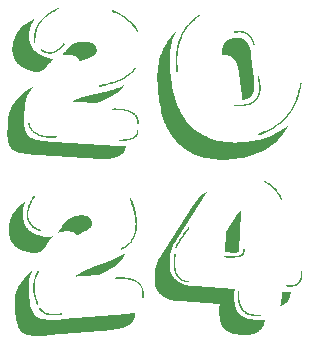
<source format=gbr>
%TF.GenerationSoftware,KiCad,Pcbnew,8.0.0*%
%TF.CreationDate,2024-03-08T01:19:46-06:00*%
%TF.ProjectId,SAO_2024,53414f5f-3230-4323-942e-6b696361645f,rev?*%
%TF.SameCoordinates,Original*%
%TF.FileFunction,Soldermask,Top*%
%TF.FilePolarity,Negative*%
%FSLAX46Y46*%
G04 Gerber Fmt 4.6, Leading zero omitted, Abs format (unit mm)*
G04 Created by KiCad (PCBNEW 8.0.0) date 2024-03-08 01:19:46*
%MOMM*%
%LPD*%
G01*
G04 APERTURE LIST*
%ADD10C,0.000000*%
G04 APERTURE END LIST*
D10*
G36*
X138902130Y-144211151D02*
G01*
X138823412Y-144377229D01*
X138735305Y-144534604D01*
X138638286Y-144683717D01*
X138532835Y-144825009D01*
X138419432Y-144958921D01*
X138298555Y-145085895D01*
X138170684Y-145206371D01*
X138036297Y-145320791D01*
X137895873Y-145429596D01*
X137749893Y-145533228D01*
X137598834Y-145632127D01*
X137443176Y-145726734D01*
X137283398Y-145817492D01*
X137119979Y-145904840D01*
X136953398Y-145989221D01*
X136784134Y-146071075D01*
X136594131Y-146087372D01*
X136126389Y-146127640D01*
X135687347Y-146165268D01*
X135301300Y-146198334D01*
X134992233Y-146224960D01*
X134853371Y-146237818D01*
X134783978Y-146243948D01*
X134714508Y-146249084D01*
X134713873Y-146249093D01*
X134713238Y-146249117D01*
X134711967Y-146249196D01*
X134709427Y-146249382D01*
X134708157Y-146249433D01*
X134707521Y-146249436D01*
X134706886Y-146249419D01*
X134706251Y-146249379D01*
X134705616Y-146249312D01*
X134704981Y-146249215D01*
X134704346Y-146249084D01*
X134702818Y-146248699D01*
X134701326Y-146248180D01*
X134699873Y-146247536D01*
X134698457Y-146246773D01*
X134697079Y-146245897D01*
X134695740Y-146244915D01*
X134694440Y-146243834D01*
X134693180Y-146242660D01*
X134690781Y-146240060D01*
X134688545Y-146237168D01*
X134686477Y-146234037D01*
X134684580Y-146230719D01*
X134682857Y-146227267D01*
X134681313Y-146223733D01*
X134679951Y-146220172D01*
X134678775Y-146216634D01*
X134677787Y-146213174D01*
X134676992Y-146209843D01*
X134676394Y-146206694D01*
X134675995Y-146203781D01*
X134675795Y-146199609D01*
X134676054Y-146195506D01*
X134676746Y-146191473D01*
X134677850Y-146187509D01*
X134679340Y-146183615D01*
X134681194Y-146179792D01*
X134683388Y-146176038D01*
X134685899Y-146172354D01*
X134688702Y-146168740D01*
X134691774Y-146165196D01*
X134698633Y-146158320D01*
X134706285Y-146151725D01*
X134714542Y-146145412D01*
X134723217Y-146139383D01*
X134732119Y-146133637D01*
X134749852Y-146122997D01*
X134766234Y-146113500D01*
X134773446Y-146109180D01*
X134779755Y-146105148D01*
X134816423Y-146080935D01*
X134853367Y-146057175D01*
X134890545Y-146033814D01*
X134927917Y-146010803D01*
X135055895Y-145936435D01*
X135191297Y-145864828D01*
X135333520Y-145795579D01*
X135481962Y-145728285D01*
X135795098Y-145597950D01*
X136125889Y-145470600D01*
X136821171Y-145211960D01*
X137176031Y-145074222D01*
X137529282Y-144926575D01*
X137710361Y-144846081D01*
X137889800Y-144764019D01*
X138067067Y-144679896D01*
X138241627Y-144593220D01*
X138412947Y-144503498D01*
X138580493Y-144410239D01*
X138743732Y-144312949D01*
X138902130Y-144211136D01*
X138902130Y-144211151D01*
G37*
G36*
X139314684Y-139612471D02*
G01*
X139320736Y-139613034D01*
X139326732Y-139614103D01*
X139332628Y-139615690D01*
X139338378Y-139617807D01*
X139343938Y-139620466D01*
X139349263Y-139623679D01*
X139354308Y-139627458D01*
X139359027Y-139631815D01*
X139363376Y-139636761D01*
X139367309Y-139642309D01*
X139370782Y-139648471D01*
X139373749Y-139655258D01*
X139489749Y-139973300D01*
X139597300Y-140299020D01*
X139646520Y-140464282D01*
X139691963Y-140630890D01*
X139733074Y-140798654D01*
X139769299Y-140967382D01*
X139800081Y-141136885D01*
X139824866Y-141306970D01*
X139843099Y-141477447D01*
X139854225Y-141648124D01*
X139857689Y-141818812D01*
X139852936Y-141989319D01*
X139839411Y-142159454D01*
X139816559Y-142329025D01*
X139789878Y-142465453D01*
X139755377Y-142597654D01*
X139713262Y-142725543D01*
X139663740Y-142849029D01*
X139607017Y-142968026D01*
X139543300Y-143082445D01*
X139472796Y-143192198D01*
X139395710Y-143297197D01*
X139312250Y-143397354D01*
X139222621Y-143492581D01*
X139127031Y-143582790D01*
X139025685Y-143667892D01*
X138918790Y-143747799D01*
X138806554Y-143822425D01*
X138689181Y-143891679D01*
X138566879Y-143955475D01*
X138566982Y-143955589D01*
X138567085Y-143955702D01*
X138567137Y-143955757D01*
X138567188Y-143955812D01*
X138567240Y-143955865D01*
X138567291Y-143955917D01*
X138560494Y-143958871D01*
X138553769Y-143961011D01*
X138547142Y-143962378D01*
X138540635Y-143963012D01*
X138534273Y-143962953D01*
X138528078Y-143962242D01*
X138522075Y-143960919D01*
X138516288Y-143959023D01*
X138510738Y-143956596D01*
X138505452Y-143953676D01*
X138500451Y-143950305D01*
X138495760Y-143946522D01*
X138491403Y-143942368D01*
X138487402Y-143937882D01*
X138483782Y-143933105D01*
X138480566Y-143928078D01*
X138477778Y-143922839D01*
X138475442Y-143917430D01*
X138473580Y-143911890D01*
X138472218Y-143906260D01*
X138471377Y-143900580D01*
X138471083Y-143894890D01*
X138471359Y-143889229D01*
X138472227Y-143883639D01*
X138473713Y-143878160D01*
X138475839Y-143872831D01*
X138478630Y-143867693D01*
X138482108Y-143862785D01*
X138486298Y-143858149D01*
X138491223Y-143853824D01*
X138496906Y-143849850D01*
X138503372Y-143846268D01*
X138623549Y-143783448D01*
X138738535Y-143715367D01*
X138848148Y-143642093D01*
X138952209Y-143563691D01*
X139050534Y-143480230D01*
X139142944Y-143391776D01*
X139229257Y-143298395D01*
X139309292Y-143200155D01*
X139382868Y-143097123D01*
X139449803Y-142989365D01*
X139509918Y-142876949D01*
X139563029Y-142759941D01*
X139608957Y-142638408D01*
X139647521Y-142512417D01*
X139678538Y-142382036D01*
X139701828Y-142247330D01*
X139720261Y-142084794D01*
X139730033Y-141921789D01*
X139731667Y-141758492D01*
X139725689Y-141595078D01*
X139712625Y-141431724D01*
X139692999Y-141268605D01*
X139667337Y-141105898D01*
X139636164Y-140943779D01*
X139600005Y-140782424D01*
X139559385Y-140622009D01*
X139514830Y-140462709D01*
X139466864Y-140304702D01*
X139362803Y-139993269D01*
X139251404Y-139689117D01*
X139249104Y-139682065D01*
X139247649Y-139675279D01*
X139246994Y-139668773D01*
X139247095Y-139662558D01*
X139247906Y-139656646D01*
X139249382Y-139651049D01*
X139251478Y-139645780D01*
X139254150Y-139640849D01*
X139257352Y-139636270D01*
X139261039Y-139632053D01*
X139265166Y-139628211D01*
X139269688Y-139624756D01*
X139274560Y-139621699D01*
X139279738Y-139619054D01*
X139285175Y-139616830D01*
X139290827Y-139615042D01*
X139296649Y-139613699D01*
X139302596Y-139612816D01*
X139308623Y-139612402D01*
X139314684Y-139612471D01*
G37*
G36*
X143094612Y-144298671D02*
G01*
X143100429Y-144299371D01*
X143106099Y-144300543D01*
X143111575Y-144302189D01*
X143116811Y-144304308D01*
X143121759Y-144306901D01*
X143126373Y-144309968D01*
X143130608Y-144313509D01*
X143134416Y-144317524D01*
X143137750Y-144322014D01*
X143140566Y-144326979D01*
X143142814Y-144332418D01*
X143144451Y-144338333D01*
X143145428Y-144344724D01*
X143145699Y-144351590D01*
X143145218Y-144358932D01*
X143124957Y-144539402D01*
X143107048Y-144721445D01*
X143093881Y-144904648D01*
X143089824Y-144996556D01*
X143087849Y-145088600D01*
X143088255Y-145180729D01*
X143091342Y-145272890D01*
X143097408Y-145365033D01*
X143106753Y-145457106D01*
X143119675Y-145549058D01*
X143136472Y-145640836D01*
X143157445Y-145732391D01*
X143182892Y-145823669D01*
X143213408Y-145911998D01*
X143230682Y-145954085D01*
X143249267Y-145994802D01*
X143269139Y-146034162D01*
X143290274Y-146072175D01*
X143336235Y-146144207D01*
X143386957Y-146210991D01*
X143442244Y-146272618D01*
X143501903Y-146329181D01*
X143565741Y-146380770D01*
X143633562Y-146427477D01*
X143705172Y-146469395D01*
X143780379Y-146506615D01*
X143858987Y-146539229D01*
X143940802Y-146567329D01*
X144025631Y-146591005D01*
X144113279Y-146610351D01*
X144203552Y-146625458D01*
X144210758Y-146626847D01*
X144217305Y-146628841D01*
X144223205Y-146631395D01*
X144228471Y-146634465D01*
X144233115Y-146638005D01*
X144237149Y-146641972D01*
X144240588Y-146646319D01*
X144243443Y-146651003D01*
X144245726Y-146655978D01*
X144247452Y-146661200D01*
X144248631Y-146666624D01*
X144249277Y-146672204D01*
X144249403Y-146677897D01*
X144249020Y-146683658D01*
X144248143Y-146689441D01*
X144246782Y-146695202D01*
X144244952Y-146700896D01*
X144242664Y-146706478D01*
X144239931Y-146711904D01*
X144236766Y-146717128D01*
X144233182Y-146722106D01*
X144229191Y-146726793D01*
X144224805Y-146731144D01*
X144220038Y-146735115D01*
X144214902Y-146738660D01*
X144209409Y-146741735D01*
X144203573Y-146744296D01*
X144197406Y-146746296D01*
X144190920Y-146747691D01*
X144184128Y-146748438D01*
X144177043Y-146748490D01*
X144169678Y-146747803D01*
X144081133Y-146733122D01*
X143994544Y-146714428D01*
X143910119Y-146691639D01*
X143828070Y-146664669D01*
X143748605Y-146633436D01*
X143671934Y-146597856D01*
X143598266Y-146557845D01*
X143562624Y-146536152D01*
X143527811Y-146513319D01*
X143493854Y-146489337D01*
X143460779Y-146464194D01*
X143428612Y-146437882D01*
X143397379Y-146410388D01*
X143367107Y-146381702D01*
X143337821Y-146351815D01*
X143309549Y-146320715D01*
X143282315Y-146288392D01*
X143256147Y-146254836D01*
X143231070Y-146220035D01*
X143207110Y-146183981D01*
X143184295Y-146146662D01*
X143162650Y-146108067D01*
X143142200Y-146068187D01*
X143122974Y-146027011D01*
X143104996Y-145984528D01*
X143069727Y-145888579D01*
X143040184Y-145790895D01*
X143015993Y-145691687D01*
X142996778Y-145591165D01*
X142982165Y-145489539D01*
X142971777Y-145387020D01*
X142965240Y-145283817D01*
X142962179Y-145180141D01*
X142962218Y-145076203D01*
X142964983Y-144972212D01*
X142977187Y-144764912D01*
X142995791Y-144559925D01*
X143017792Y-144358932D01*
X143018219Y-144358932D01*
X143019427Y-144351625D01*
X143021279Y-144344787D01*
X143023727Y-144338419D01*
X143026726Y-144332520D01*
X143030228Y-144327091D01*
X143034187Y-144322132D01*
X143038558Y-144317643D01*
X143043292Y-144313625D01*
X143048344Y-144310077D01*
X143053667Y-144307001D01*
X143059214Y-144304395D01*
X143064940Y-144302261D01*
X143070797Y-144300599D01*
X143076740Y-144299409D01*
X143082721Y-144298691D01*
X143088694Y-144298445D01*
X143094612Y-144298671D01*
G37*
G36*
X135162485Y-141069795D02*
G01*
X135162484Y-141069795D01*
X135162483Y-141069796D01*
X135162482Y-141069796D01*
X135162481Y-141069797D01*
X135162480Y-141069798D01*
X135162479Y-141069799D01*
X135162478Y-141069800D01*
X135162478Y-141069801D01*
X135162477Y-141069801D01*
X135162477Y-141069802D01*
X135162477Y-141069803D01*
X135162476Y-141069804D01*
X135162476Y-141069805D01*
X135162476Y-141069807D01*
X135162476Y-141069808D01*
X135162476Y-141069809D01*
X135268898Y-141071996D01*
X135319246Y-141074919D01*
X135367714Y-141079075D01*
X135414323Y-141084474D01*
X135459094Y-141091125D01*
X135502047Y-141099037D01*
X135543204Y-141108220D01*
X135582585Y-141118684D01*
X135620213Y-141130438D01*
X135656107Y-141143491D01*
X135690289Y-141157854D01*
X135722780Y-141173536D01*
X135753601Y-141190545D01*
X135782772Y-141208893D01*
X135810316Y-141228588D01*
X135836253Y-141249640D01*
X135860603Y-141272059D01*
X135883389Y-141295853D01*
X135904630Y-141321033D01*
X135924349Y-141347608D01*
X135942566Y-141375588D01*
X135959302Y-141404982D01*
X135974578Y-141435800D01*
X135988415Y-141468051D01*
X136000834Y-141501744D01*
X136011857Y-141536891D01*
X136021503Y-141573499D01*
X136029795Y-141611578D01*
X136036754Y-141651139D01*
X136042399Y-141692190D01*
X136046753Y-141734741D01*
X136048215Y-141769670D01*
X136046543Y-141803862D01*
X136041785Y-141837370D01*
X136033986Y-141870247D01*
X136023193Y-141902545D01*
X136009453Y-141934318D01*
X135992812Y-141965617D01*
X135973317Y-141996497D01*
X135925950Y-142057206D01*
X135867723Y-142116867D01*
X135799009Y-142175904D01*
X135720181Y-142234737D01*
X135631609Y-142293790D01*
X135533667Y-142353484D01*
X135426726Y-142414242D01*
X135311158Y-142476486D01*
X135055632Y-142607120D01*
X134770065Y-142748764D01*
X134740117Y-142699566D01*
X134705764Y-142654501D01*
X134666899Y-142613521D01*
X134623416Y-142576579D01*
X134575209Y-142543625D01*
X134522172Y-142514613D01*
X134464199Y-142489494D01*
X134401184Y-142468220D01*
X134333020Y-142450743D01*
X134259602Y-142437014D01*
X134180823Y-142426987D01*
X134096578Y-142420612D01*
X134006759Y-142417842D01*
X133911261Y-142418628D01*
X133809979Y-142422924D01*
X133702805Y-142430679D01*
X133660285Y-142434852D01*
X133618043Y-142440130D01*
X133576088Y-142446494D01*
X133534431Y-142453927D01*
X133493083Y-142462410D01*
X133452053Y-142471923D01*
X133411351Y-142482449D01*
X133370989Y-142493969D01*
X133330976Y-142506464D01*
X133291322Y-142519916D01*
X133252038Y-142534306D01*
X133213134Y-142549615D01*
X133174620Y-142565825D01*
X133136507Y-142582917D01*
X133098805Y-142600874D01*
X133061523Y-142619675D01*
X133102883Y-142576135D01*
X133142304Y-142530657D01*
X133180018Y-142483447D01*
X133216255Y-142434713D01*
X133251248Y-142384664D01*
X133285228Y-142333506D01*
X133351074Y-142228695D01*
X133480789Y-142014912D01*
X133548360Y-141909262D01*
X133583634Y-141857475D01*
X133620209Y-141806656D01*
X133678753Y-141731749D01*
X133740778Y-141660155D01*
X133806131Y-141592012D01*
X133874662Y-141527457D01*
X133946219Y-141466628D01*
X134020651Y-141409663D01*
X134097806Y-141356700D01*
X134177534Y-141307875D01*
X134259683Y-141263326D01*
X134344101Y-141223191D01*
X134430638Y-141187608D01*
X134519141Y-141156714D01*
X134609461Y-141130646D01*
X134701445Y-141109543D01*
X134794942Y-141093541D01*
X134889801Y-141082779D01*
X134961887Y-141077218D01*
X135031342Y-141073185D01*
X135065092Y-141071748D01*
X135098198Y-141070703D01*
X135130663Y-141070050D01*
X135162485Y-141069794D01*
X135162485Y-141069795D01*
G37*
G36*
X148654045Y-140665471D02*
G01*
X148657562Y-140666046D01*
X148657547Y-140666046D01*
X148660900Y-140667057D01*
X148664088Y-140668497D01*
X148667112Y-140670361D01*
X148669976Y-140672643D01*
X148675227Y-140678443D01*
X148679857Y-140685858D01*
X148683881Y-140694848D01*
X148687315Y-140705373D01*
X148690174Y-140717394D01*
X148692474Y-140730871D01*
X148694231Y-140745764D01*
X148695459Y-140762033D01*
X148696175Y-140779639D01*
X148696394Y-140798541D01*
X148696132Y-140818700D01*
X148695403Y-140840077D01*
X148692612Y-140886322D01*
X148507156Y-143964828D01*
X148503744Y-143998781D01*
X148498250Y-144030610D01*
X148494713Y-144045719D01*
X148490646Y-144060286D01*
X148486044Y-144074307D01*
X148480904Y-144087779D01*
X148475222Y-144100697D01*
X148468996Y-144113059D01*
X148462221Y-144124860D01*
X148454895Y-144136096D01*
X148447013Y-144146765D01*
X148438572Y-144156862D01*
X148429569Y-144166383D01*
X148420000Y-144175325D01*
X148409862Y-144183685D01*
X148399151Y-144191457D01*
X148387864Y-144198640D01*
X148375997Y-144205228D01*
X148363546Y-144211219D01*
X148350509Y-144216608D01*
X148336882Y-144221392D01*
X148322661Y-144225567D01*
X148307843Y-144229130D01*
X148292424Y-144232076D01*
X148276402Y-144234402D01*
X148259771Y-144236105D01*
X148242529Y-144237180D01*
X148224673Y-144237623D01*
X148206199Y-144237432D01*
X148187103Y-144236603D01*
X147300491Y-144183105D01*
X147401123Y-142512589D01*
X148451691Y-140889709D01*
X148470762Y-140859651D01*
X148488935Y-140831921D01*
X148506223Y-140806481D01*
X148522643Y-140783291D01*
X148538210Y-140762311D01*
X148552939Y-140743501D01*
X148566846Y-140726822D01*
X148579947Y-140712234D01*
X148586199Y-140705712D01*
X148592256Y-140699698D01*
X148598118Y-140694187D01*
X148603789Y-140689173D01*
X148609270Y-140684653D01*
X148614562Y-140680620D01*
X148619668Y-140677071D01*
X148624590Y-140674000D01*
X148629330Y-140671402D01*
X148633889Y-140669272D01*
X148638269Y-140667605D01*
X148642473Y-140666397D01*
X148646503Y-140665641D01*
X148650359Y-140665335D01*
X148654045Y-140665471D01*
G37*
G36*
X130714487Y-133242181D02*
G01*
X130720371Y-133242798D01*
X130726163Y-133243935D01*
X130731817Y-133245605D01*
X130737289Y-133247821D01*
X130742533Y-133250594D01*
X130747504Y-133253937D01*
X130752158Y-133257861D01*
X130756450Y-133262380D01*
X130760334Y-133267504D01*
X130763765Y-133273247D01*
X130766698Y-133279620D01*
X130769089Y-133286636D01*
X130798640Y-133379190D01*
X130832495Y-133466596D01*
X130870486Y-133548989D01*
X130912448Y-133626498D01*
X130958214Y-133699257D01*
X131007617Y-133767397D01*
X131060490Y-133831051D01*
X131116668Y-133890349D01*
X131175984Y-133945425D01*
X131238271Y-133996409D01*
X131303363Y-134043434D01*
X131371094Y-134086632D01*
X131441296Y-134126135D01*
X131513803Y-134162075D01*
X131665068Y-134223791D01*
X131823555Y-134272838D01*
X131987934Y-134310269D01*
X132156873Y-134337141D01*
X132329038Y-134354510D01*
X132503098Y-134363429D01*
X132677722Y-134364956D01*
X132851577Y-134360145D01*
X133023331Y-134350052D01*
X133030749Y-134349879D01*
X133037685Y-134350437D01*
X133044137Y-134351682D01*
X133050107Y-134353566D01*
X133055595Y-134356043D01*
X133060602Y-134359066D01*
X133065128Y-134362589D01*
X133069173Y-134366565D01*
X133072738Y-134370948D01*
X133075824Y-134375691D01*
X133078430Y-134380748D01*
X133080558Y-134386072D01*
X133082208Y-134391617D01*
X133083380Y-134397336D01*
X133084075Y-134403183D01*
X133084293Y-134409111D01*
X133084035Y-134415074D01*
X133083301Y-134421025D01*
X133082092Y-134426917D01*
X133080408Y-134432705D01*
X133078250Y-134438341D01*
X133075617Y-134443780D01*
X133072511Y-134448974D01*
X133068933Y-134453877D01*
X133064881Y-134458443D01*
X133060358Y-134462625D01*
X133055363Y-134466376D01*
X133049897Y-134469651D01*
X133043960Y-134472402D01*
X133037553Y-134474584D01*
X133030677Y-134476149D01*
X133023331Y-134477051D01*
X132839921Y-134487514D01*
X132654912Y-134491708D01*
X132469643Y-134488611D01*
X132285451Y-134477204D01*
X132103675Y-134456464D01*
X132014111Y-134442276D01*
X131925653Y-134425373D01*
X131838468Y-134405626D01*
X131752723Y-134382908D01*
X131668586Y-134357091D01*
X131586224Y-134328049D01*
X131505804Y-134295653D01*
X131427493Y-134259775D01*
X131351459Y-134220289D01*
X131277869Y-134177066D01*
X131206891Y-134129980D01*
X131138691Y-134078901D01*
X131073437Y-134023704D01*
X131011296Y-133964260D01*
X130952436Y-133900441D01*
X130897023Y-133832120D01*
X130845225Y-133759170D01*
X130797210Y-133681463D01*
X130753144Y-133598871D01*
X130713195Y-133511267D01*
X130677530Y-133418523D01*
X130646317Y-133320511D01*
X130646744Y-133320511D01*
X130645020Y-133313264D01*
X130644104Y-133306295D01*
X130643952Y-133299615D01*
X130644518Y-133293238D01*
X130645756Y-133287174D01*
X130647623Y-133281437D01*
X130650073Y-133276038D01*
X130653061Y-133270989D01*
X130656541Y-133266304D01*
X130660470Y-133261993D01*
X130664802Y-133258069D01*
X130669491Y-133254545D01*
X130674494Y-133251432D01*
X130679764Y-133248742D01*
X130685257Y-133246488D01*
X130690928Y-133244682D01*
X130696731Y-133243337D01*
X130702622Y-133242463D01*
X130708556Y-133242074D01*
X130714487Y-133242181D01*
G37*
G36*
X143045464Y-125714641D02*
G01*
X142974405Y-125895623D01*
X142909821Y-126080621D01*
X142851754Y-126269562D01*
X142800249Y-126462372D01*
X142755349Y-126658976D01*
X142717097Y-126859302D01*
X142685535Y-127063275D01*
X142660709Y-127270822D01*
X142642660Y-127481868D01*
X142631432Y-127696341D01*
X142627069Y-127914165D01*
X142629613Y-128135267D01*
X142639107Y-128359574D01*
X142655596Y-128587011D01*
X142679123Y-128817505D01*
X142805710Y-129906769D01*
X142805710Y-129906235D01*
X142848894Y-130223368D01*
X142903425Y-130531570D01*
X142969169Y-130830682D01*
X143045994Y-131120550D01*
X143133768Y-131401017D01*
X143232357Y-131671926D01*
X143341629Y-131933121D01*
X143461451Y-132184446D01*
X143591689Y-132425745D01*
X143732213Y-132656860D01*
X143882888Y-132877636D01*
X144043581Y-133087916D01*
X144214161Y-133287544D01*
X144394495Y-133476364D01*
X144584448Y-133654219D01*
X144783890Y-133820953D01*
X144992686Y-133976410D01*
X145210705Y-134120433D01*
X145437813Y-134252865D01*
X145673878Y-134373552D01*
X145918767Y-134482335D01*
X146172347Y-134579059D01*
X146434485Y-134663568D01*
X146705050Y-134735704D01*
X146983906Y-134795313D01*
X147270923Y-134842237D01*
X147565968Y-134876320D01*
X147868906Y-134897405D01*
X148179607Y-134905337D01*
X148497937Y-134899959D01*
X148823763Y-134881115D01*
X149156952Y-134848648D01*
X149433330Y-134811902D01*
X149702577Y-134767041D01*
X149964642Y-134714175D01*
X150219472Y-134653415D01*
X150467014Y-134584871D01*
X150707217Y-134508650D01*
X150940028Y-134424865D01*
X151165394Y-134333624D01*
X151383263Y-134235037D01*
X151593583Y-134129214D01*
X151796301Y-134016265D01*
X151991364Y-133896299D01*
X152178722Y-133769426D01*
X152358320Y-133635756D01*
X152530107Y-133495399D01*
X152694031Y-133348465D01*
X152544477Y-133646178D01*
X152375751Y-133930600D01*
X152188048Y-134201357D01*
X151981560Y-134458074D01*
X151756479Y-134700376D01*
X151513001Y-134927886D01*
X151251317Y-135140232D01*
X150971621Y-135337036D01*
X150674105Y-135517925D01*
X150358964Y-135682522D01*
X150026391Y-135830454D01*
X149676578Y-135961344D01*
X149309719Y-136074818D01*
X148926006Y-136170501D01*
X148525634Y-136248017D01*
X148108795Y-136306992D01*
X147775604Y-136339460D01*
X147449777Y-136358306D01*
X147131446Y-136363685D01*
X146820745Y-136355754D01*
X146517805Y-136334669D01*
X146222760Y-136300587D01*
X145935742Y-136253664D01*
X145656884Y-136194057D01*
X145386319Y-136121920D01*
X145124180Y-136037412D01*
X144870600Y-135940689D01*
X144625711Y-135831906D01*
X144389645Y-135711220D01*
X144162537Y-135578788D01*
X143944518Y-135434765D01*
X143735722Y-135279308D01*
X143536280Y-135112574D01*
X143346327Y-134934719D01*
X143165994Y-134745899D01*
X142995414Y-134546270D01*
X142834721Y-134335990D01*
X142684046Y-134115213D01*
X142543523Y-133884097D01*
X142413285Y-133642798D01*
X142293464Y-133391473D01*
X142184193Y-133130277D01*
X142085605Y-132859367D01*
X141997833Y-132578899D01*
X141921008Y-132289030D01*
X141855265Y-131989916D01*
X141800736Y-131681713D01*
X141757553Y-131364578D01*
X141757553Y-131365112D01*
X141630966Y-130275864D01*
X141596799Y-129910204D01*
X141580381Y-129552392D01*
X141581550Y-129202731D01*
X141600141Y-128861528D01*
X141635993Y-128529086D01*
X141688942Y-128205711D01*
X141758826Y-127891708D01*
X141845482Y-127587382D01*
X141948747Y-127293038D01*
X142068457Y-127008982D01*
X142204451Y-126735517D01*
X142356566Y-126472949D01*
X142524638Y-126221584D01*
X142708505Y-125981725D01*
X142908003Y-125753679D01*
X143122943Y-125537778D01*
X143045464Y-125714641D01*
G37*
G36*
X139898201Y-133804280D02*
G01*
X139904185Y-133805018D01*
X139910134Y-133806227D01*
X139916000Y-133807906D01*
X139921737Y-133810055D01*
X139927298Y-133812673D01*
X139932637Y-133815760D01*
X139937708Y-133819314D01*
X139942464Y-133823336D01*
X139946859Y-133827823D01*
X139950845Y-133832776D01*
X139954377Y-133838194D01*
X139957407Y-133844077D01*
X139959890Y-133850423D01*
X139961779Y-133857231D01*
X139963028Y-133864502D01*
X139969019Y-133939535D01*
X139968310Y-134010260D01*
X139961217Y-134076812D01*
X139948055Y-134139322D01*
X139929139Y-134197924D01*
X139904785Y-134252751D01*
X139875307Y-134303936D01*
X139841022Y-134351611D01*
X139802243Y-134395910D01*
X139759288Y-134436965D01*
X139712469Y-134474910D01*
X139662104Y-134509877D01*
X139608507Y-134541999D01*
X139551994Y-134571410D01*
X139431479Y-134622627D01*
X139303080Y-134664593D01*
X139169321Y-134698370D01*
X139032722Y-134725023D01*
X138895807Y-134745614D01*
X138761097Y-134761207D01*
X138631113Y-134772866D01*
X138395416Y-134788635D01*
X138387998Y-134788732D01*
X138381060Y-134788102D01*
X138374604Y-134786791D01*
X138368627Y-134784845D01*
X138363131Y-134782311D01*
X138358115Y-134779236D01*
X138353579Y-134775666D01*
X138349523Y-134771648D01*
X138345945Y-134767227D01*
X138342847Y-134762452D01*
X138340228Y-134757367D01*
X138338087Y-134752021D01*
X138336424Y-134746458D01*
X138335240Y-134740726D01*
X138334534Y-134734872D01*
X138334305Y-134728941D01*
X138334554Y-134722980D01*
X138335279Y-134717037D01*
X138336482Y-134711156D01*
X138338162Y-134705386D01*
X138340318Y-134699771D01*
X138342950Y-134694360D01*
X138346059Y-134689198D01*
X138349643Y-134684332D01*
X138353702Y-134679808D01*
X138358237Y-134675673D01*
X138363248Y-134671974D01*
X138368733Y-134668756D01*
X138374692Y-134666067D01*
X138381126Y-134663953D01*
X138388034Y-134662461D01*
X138395416Y-134661636D01*
X138604667Y-134648827D01*
X138721870Y-134639742D01*
X138844236Y-134627511D01*
X138969351Y-134611115D01*
X139094797Y-134589536D01*
X139218160Y-134561755D01*
X139278305Y-134545220D01*
X139337023Y-134526752D01*
X139394012Y-134506225D01*
X139448970Y-134483510D01*
X139501595Y-134458480D01*
X139551586Y-134431008D01*
X139598639Y-134400967D01*
X139642454Y-134368229D01*
X139682728Y-134332666D01*
X139719159Y-134294152D01*
X139751446Y-134252559D01*
X139779285Y-134207760D01*
X139802376Y-134159628D01*
X139820416Y-134108034D01*
X139833103Y-134052852D01*
X139840136Y-133993954D01*
X139841212Y-133931213D01*
X139836029Y-133864502D01*
X139835509Y-133857123D01*
X139835744Y-133850228D01*
X139836687Y-133843814D01*
X139838292Y-133837883D01*
X139840511Y-133832432D01*
X139843300Y-133827461D01*
X139846610Y-133822970D01*
X139850397Y-133818958D01*
X139854612Y-133815424D01*
X139859210Y-133812367D01*
X139864144Y-133809787D01*
X139869367Y-133807683D01*
X139874834Y-133806055D01*
X139880497Y-133804901D01*
X139886310Y-133804221D01*
X139892227Y-133804014D01*
X139898201Y-133804280D01*
G37*
G36*
X138187744Y-132022687D02*
G01*
X138373900Y-132031451D01*
X138562704Y-132047681D01*
X138751374Y-132072729D01*
X138844789Y-132088982D01*
X138937128Y-132107947D01*
X139028042Y-132129791D01*
X139117184Y-132154685D01*
X139204206Y-132182796D01*
X139288761Y-132214294D01*
X139370501Y-132249348D01*
X139449077Y-132288127D01*
X139524142Y-132330799D01*
X139595349Y-132377534D01*
X139662350Y-132428499D01*
X139724797Y-132483865D01*
X139782342Y-132543801D01*
X139834637Y-132608474D01*
X139881336Y-132678054D01*
X139922089Y-132752710D01*
X139956550Y-132832610D01*
X139984370Y-132917925D01*
X140005202Y-133008822D01*
X140018699Y-133105470D01*
X140024512Y-133208038D01*
X140022293Y-133316696D01*
X140021506Y-133324080D01*
X140020049Y-133330989D01*
X140017968Y-133337424D01*
X140015309Y-133343385D01*
X140012120Y-133348871D01*
X140008446Y-133353882D01*
X140004334Y-133358418D01*
X139999832Y-133362478D01*
X139994984Y-133366063D01*
X139989838Y-133369172D01*
X139984440Y-133371805D01*
X139978838Y-133373961D01*
X139973076Y-133375641D01*
X139967202Y-133376844D01*
X139961262Y-133377570D01*
X139955303Y-133377819D01*
X139949372Y-133377590D01*
X139943514Y-133376884D01*
X139937776Y-133375699D01*
X139932205Y-133374036D01*
X139926848Y-133371895D01*
X139921750Y-133369275D01*
X139916958Y-133366176D01*
X139912520Y-133362598D01*
X139908481Y-133358541D01*
X139904887Y-133354004D01*
X139901786Y-133348987D01*
X139899224Y-133343490D01*
X139897247Y-133337513D01*
X139895902Y-133331055D01*
X139895236Y-133324116D01*
X139895294Y-133316696D01*
X139897215Y-133215633D01*
X139891458Y-133120450D01*
X139878365Y-133030977D01*
X139858274Y-132947042D01*
X139831526Y-132868473D01*
X139798461Y-132795100D01*
X139759417Y-132726750D01*
X139714736Y-132663252D01*
X139664756Y-132604435D01*
X139609818Y-132550127D01*
X139550262Y-132500157D01*
X139486427Y-132454354D01*
X139418653Y-132412545D01*
X139347280Y-132374559D01*
X139272647Y-132340225D01*
X139195095Y-132309372D01*
X139032592Y-132257421D01*
X138862489Y-132217333D01*
X138687504Y-132187739D01*
X138510356Y-132167264D01*
X138333763Y-132154539D01*
X138160445Y-132148191D01*
X137834503Y-132149139D01*
X137834503Y-132149155D01*
X137827084Y-132148983D01*
X137820143Y-132148101D01*
X137813680Y-132146556D01*
X137807697Y-132144393D01*
X137802192Y-132141660D01*
X137797166Y-132138403D01*
X137792618Y-132134668D01*
X137788549Y-132130502D01*
X137784959Y-132125952D01*
X137781848Y-132121063D01*
X137779215Y-132115883D01*
X137777061Y-132110459D01*
X137775386Y-132104835D01*
X137774189Y-132099060D01*
X137773471Y-132093180D01*
X137773232Y-132087240D01*
X137773471Y-132081288D01*
X137774189Y-132075371D01*
X137775386Y-132069534D01*
X137777061Y-132063824D01*
X137779215Y-132058287D01*
X137781848Y-132052971D01*
X137784959Y-132047922D01*
X137788549Y-132043186D01*
X137792618Y-132038810D01*
X137797166Y-132034840D01*
X137802192Y-132031322D01*
X137807697Y-132028304D01*
X137813680Y-132025832D01*
X137820143Y-132023952D01*
X137827084Y-132022711D01*
X137834503Y-132022156D01*
X138007018Y-132020039D01*
X138187744Y-132022687D01*
G37*
G36*
X153748960Y-129819784D02*
G01*
X153754761Y-129820661D01*
X153760529Y-129822021D01*
X153766216Y-129823852D01*
X153771780Y-129826139D01*
X153777174Y-129828872D01*
X153782355Y-129832036D01*
X153787277Y-129835620D01*
X153791896Y-129839611D01*
X153796167Y-129843997D01*
X153800044Y-129848764D01*
X153803484Y-129853900D01*
X153806441Y-129859393D01*
X153808870Y-129865229D01*
X153810728Y-129871396D01*
X153811968Y-129877882D01*
X153812547Y-129884674D01*
X153812418Y-129891759D01*
X153811539Y-129899124D01*
X153777936Y-130085673D01*
X153739732Y-130271317D01*
X153696781Y-130455837D01*
X153648937Y-130639011D01*
X153596056Y-130820621D01*
X153537991Y-131000445D01*
X153474596Y-131178264D01*
X153405725Y-131353857D01*
X153331234Y-131527005D01*
X153250976Y-131697487D01*
X153164806Y-131865083D01*
X153072577Y-132029573D01*
X152974145Y-132190736D01*
X152869363Y-132348354D01*
X152758086Y-132502205D01*
X152640167Y-132652069D01*
X152516036Y-132796882D01*
X152386534Y-132935627D01*
X152251906Y-133068388D01*
X152112397Y-133195249D01*
X151968253Y-133316293D01*
X151819718Y-133431604D01*
X151667037Y-133541266D01*
X151510454Y-133645363D01*
X151350216Y-133743978D01*
X151186566Y-133837195D01*
X151019749Y-133925097D01*
X150850012Y-134007769D01*
X150677597Y-134085294D01*
X150502751Y-134157757D01*
X150325718Y-134225239D01*
X150146744Y-134287827D01*
X150146729Y-134287399D01*
X150139559Y-134289431D01*
X150132665Y-134290634D01*
X150126057Y-134291054D01*
X150119748Y-134290736D01*
X150113750Y-134289726D01*
X150108075Y-134288067D01*
X150102734Y-134285805D01*
X150097739Y-134282986D01*
X150093103Y-134279653D01*
X150088838Y-134275853D01*
X150084954Y-134271630D01*
X150081465Y-134267030D01*
X150078382Y-134262096D01*
X150075717Y-134256875D01*
X150073482Y-134251412D01*
X150071690Y-134245750D01*
X150070351Y-134239937D01*
X150069478Y-134234016D01*
X150069082Y-134228032D01*
X150069177Y-134222031D01*
X150069773Y-134216057D01*
X150070883Y-134210157D01*
X150072518Y-134204374D01*
X150074691Y-134198753D01*
X150077413Y-134193341D01*
X150080696Y-134188181D01*
X150084553Y-134183319D01*
X150088995Y-134178800D01*
X150094034Y-134174669D01*
X150099683Y-134170971D01*
X150105952Y-134167751D01*
X150112854Y-134165054D01*
X150288146Y-134103773D01*
X150461444Y-134037671D01*
X150632520Y-133966670D01*
X150801145Y-133890693D01*
X150967091Y-133809660D01*
X151130130Y-133723494D01*
X151290033Y-133632117D01*
X151446573Y-133535450D01*
X151599521Y-133433416D01*
X151748649Y-133325935D01*
X151893729Y-133212931D01*
X152034532Y-133094325D01*
X152170831Y-132970039D01*
X152302396Y-132839994D01*
X152429000Y-132704113D01*
X152550415Y-132562317D01*
X152665638Y-132415691D01*
X152774234Y-132265051D01*
X152876366Y-132110632D01*
X152972194Y-131952665D01*
X153061880Y-131791385D01*
X153145586Y-131627023D01*
X153223472Y-131459815D01*
X153295700Y-131289991D01*
X153362431Y-131117787D01*
X153423827Y-130943434D01*
X153480049Y-130767167D01*
X153531258Y-130589217D01*
X153577616Y-130409819D01*
X153619283Y-130229206D01*
X153656422Y-130047610D01*
X153689194Y-129865265D01*
X153690775Y-129858057D01*
X153692950Y-129851509D01*
X153695672Y-129845608D01*
X153698897Y-129840342D01*
X153702580Y-129835697D01*
X153706677Y-129831661D01*
X153711143Y-129828221D01*
X153715932Y-129825366D01*
X153721000Y-129823081D01*
X153726303Y-129821355D01*
X153731795Y-129820175D01*
X153737432Y-129819528D01*
X153743168Y-129819402D01*
X153748960Y-129819784D01*
G37*
G36*
X148448326Y-147470782D02*
G01*
X148454195Y-147471500D01*
X148459951Y-147472697D01*
X148465548Y-147474372D01*
X148470939Y-147476526D01*
X148476077Y-147479159D01*
X148480916Y-147482271D01*
X148485410Y-147485861D01*
X148489512Y-147489930D01*
X148493175Y-147494477D01*
X148496354Y-147499503D01*
X148499001Y-147505008D01*
X148501069Y-147510992D01*
X148502513Y-147517454D01*
X148503286Y-147524395D01*
X148503342Y-147531815D01*
X148500054Y-147637004D01*
X148498924Y-147743942D01*
X148500430Y-147852102D01*
X148505054Y-147960960D01*
X148513273Y-148069991D01*
X148525570Y-148178672D01*
X148542423Y-148286477D01*
X148564312Y-148392881D01*
X148591718Y-148497361D01*
X148625120Y-148599391D01*
X148664998Y-148698447D01*
X148711833Y-148794004D01*
X148738009Y-148840307D01*
X148766104Y-148885538D01*
X148796178Y-148929632D01*
X148828291Y-148972524D01*
X148862503Y-149014147D01*
X148898874Y-149054437D01*
X148937464Y-149093327D01*
X148978333Y-149130753D01*
X149049097Y-149187708D01*
X149123226Y-149238467D01*
X149200403Y-149283362D01*
X149280313Y-149322724D01*
X149362639Y-149356884D01*
X149447065Y-149386175D01*
X149533274Y-149410928D01*
X149620951Y-149431475D01*
X149709778Y-149448147D01*
X149799441Y-149461277D01*
X149889621Y-149471196D01*
X149980005Y-149478236D01*
X150070274Y-149482728D01*
X150160113Y-149485005D01*
X150337234Y-149484238D01*
X150344654Y-149484447D01*
X150351595Y-149485365D01*
X150358057Y-149486944D01*
X150364041Y-149489139D01*
X150369546Y-149491902D01*
X150374572Y-149495187D01*
X150379119Y-149498948D01*
X150383188Y-149503137D01*
X150386778Y-149507708D01*
X150389890Y-149512616D01*
X150392523Y-149517812D01*
X150394677Y-149523251D01*
X150396352Y-149528885D01*
X150397549Y-149534669D01*
X150398267Y-149540556D01*
X150398506Y-149546499D01*
X150398267Y-149552452D01*
X150397549Y-149558368D01*
X150396352Y-149564200D01*
X150394677Y-149569902D01*
X150392523Y-149575427D01*
X150389890Y-149580729D01*
X150386778Y-149585761D01*
X150383188Y-149590477D01*
X150379119Y-149594829D01*
X150374572Y-149598773D01*
X150369546Y-149602259D01*
X150364041Y-149605244D01*
X150358057Y-149607679D01*
X150351595Y-149609517D01*
X150344654Y-149610714D01*
X150337234Y-149611221D01*
X150146862Y-149611637D01*
X150050684Y-149608691D01*
X149954252Y-149603209D01*
X149857872Y-149594861D01*
X149761851Y-149583322D01*
X149666492Y-149568265D01*
X149572103Y-149549362D01*
X149478990Y-149526288D01*
X149387457Y-149498714D01*
X149297811Y-149466315D01*
X149210357Y-149428762D01*
X149125401Y-149385731D01*
X149043249Y-149336893D01*
X148964207Y-149281921D01*
X148888580Y-149220490D01*
X148845477Y-149180815D01*
X148804711Y-149139626D01*
X148766224Y-149096987D01*
X148729955Y-149052968D01*
X148663842Y-148961053D01*
X148605899Y-148864418D01*
X148555656Y-148763598D01*
X148512641Y-148659129D01*
X148476383Y-148551550D01*
X148446411Y-148441395D01*
X148422253Y-148329201D01*
X148403438Y-148215505D01*
X148389495Y-148100843D01*
X148379952Y-147985751D01*
X148374338Y-147870766D01*
X148372182Y-147756424D01*
X148376358Y-147531815D01*
X148377029Y-147524395D01*
X148378377Y-147517454D01*
X148380357Y-147510992D01*
X148382922Y-147505008D01*
X148386025Y-147499503D01*
X148389621Y-147494477D01*
X148393661Y-147489930D01*
X148398100Y-147485861D01*
X148402892Y-147482271D01*
X148407989Y-147479159D01*
X148413346Y-147476526D01*
X148418916Y-147474372D01*
X148424651Y-147472697D01*
X148430507Y-147471500D01*
X148436435Y-147470782D01*
X148442390Y-147470543D01*
X148448326Y-147470782D01*
G37*
G36*
X144237481Y-142077430D02*
G01*
X144242929Y-142078532D01*
X144248275Y-142080207D01*
X144253484Y-142082420D01*
X144258526Y-142085138D01*
X144263366Y-142088329D01*
X144267973Y-142091958D01*
X144272314Y-142095993D01*
X144276356Y-142100400D01*
X144280066Y-142105146D01*
X144283413Y-142110197D01*
X144286362Y-142115520D01*
X144288882Y-142121082D01*
X144290941Y-142126850D01*
X144292504Y-142132789D01*
X144293540Y-142138868D01*
X144294016Y-142145052D01*
X144293900Y-142151308D01*
X144293159Y-142157603D01*
X144291759Y-142163903D01*
X144289669Y-142170175D01*
X144286856Y-142176386D01*
X144283288Y-142182503D01*
X144278931Y-142188492D01*
X144124792Y-142382275D01*
X143973661Y-142578280D01*
X143826679Y-142777142D01*
X143684986Y-142979496D01*
X143549723Y-143185977D01*
X143484860Y-143290963D01*
X143422031Y-143397220D01*
X143361381Y-143504825D01*
X143303051Y-143613860D01*
X143247185Y-143724402D01*
X143193924Y-143836533D01*
X143193939Y-143836105D01*
X143190511Y-143842686D01*
X143186683Y-143848475D01*
X143182496Y-143853496D01*
X143177990Y-143857772D01*
X143173205Y-143861327D01*
X143168180Y-143864186D01*
X143162956Y-143866372D01*
X143157572Y-143867909D01*
X143152068Y-143868821D01*
X143146485Y-143869131D01*
X143140862Y-143868865D01*
X143135240Y-143868045D01*
X143129657Y-143866695D01*
X143124154Y-143864839D01*
X143118771Y-143862502D01*
X143113548Y-143859707D01*
X143108525Y-143856478D01*
X143103741Y-143852838D01*
X143099237Y-143848812D01*
X143095053Y-143844424D01*
X143091228Y-143839697D01*
X143087802Y-143834656D01*
X143084815Y-143829323D01*
X143082308Y-143823724D01*
X143080320Y-143817882D01*
X143078890Y-143811821D01*
X143078060Y-143805564D01*
X143077868Y-143799136D01*
X143078356Y-143792560D01*
X143079562Y-143785861D01*
X143081526Y-143779061D01*
X143084290Y-143772186D01*
X143138467Y-143658260D01*
X143195331Y-143545974D01*
X143254732Y-143435245D01*
X143316519Y-143325988D01*
X143380541Y-143218117D01*
X143446647Y-143111547D01*
X143584511Y-142901974D01*
X143728903Y-142696587D01*
X143878618Y-142494708D01*
X144032450Y-142295657D01*
X144189194Y-142098755D01*
X144194101Y-142093208D01*
X144199198Y-142088534D01*
X144204454Y-142084698D01*
X144209836Y-142081667D01*
X144215310Y-142079409D01*
X144220844Y-142077890D01*
X144226405Y-142077075D01*
X144231962Y-142076933D01*
X144237481Y-142077430D01*
G37*
G36*
X148421380Y-126037013D02*
G01*
X148486241Y-126041581D01*
X148548990Y-126049100D01*
X148609649Y-126059596D01*
X148668239Y-126073092D01*
X148724783Y-126089613D01*
X148779304Y-126109185D01*
X148831824Y-126131833D01*
X148882364Y-126157581D01*
X148930947Y-126186455D01*
X148977595Y-126218479D01*
X149022330Y-126253678D01*
X149065175Y-126292077D01*
X149106151Y-126333701D01*
X149145281Y-126378575D01*
X149182587Y-126426724D01*
X149218091Y-126478173D01*
X149251815Y-126532947D01*
X149283782Y-126591071D01*
X149342533Y-126717466D01*
X149394519Y-126857560D01*
X149439919Y-127011550D01*
X149478910Y-127179637D01*
X149511670Y-127362020D01*
X149538376Y-127558899D01*
X149769562Y-129536743D01*
X149789300Y-129743659D01*
X149795268Y-129841847D01*
X149798610Y-129936564D01*
X149799307Y-130027844D01*
X149797337Y-130115718D01*
X149792683Y-130200220D01*
X149785323Y-130281381D01*
X149775239Y-130359234D01*
X149762412Y-130433811D01*
X149746821Y-130505145D01*
X149728447Y-130573268D01*
X149707270Y-130638212D01*
X149683271Y-130700010D01*
X149656430Y-130758695D01*
X149626728Y-130814299D01*
X149594145Y-130866853D01*
X149558661Y-130916392D01*
X149520258Y-130962946D01*
X149478914Y-131006549D01*
X149434611Y-131047232D01*
X149387330Y-131085029D01*
X149337050Y-131119971D01*
X149283751Y-131152092D01*
X149227416Y-131181423D01*
X149168023Y-131207997D01*
X149105553Y-131231846D01*
X149039987Y-131253003D01*
X148971305Y-131271500D01*
X148899488Y-131287369D01*
X148824516Y-131300644D01*
X148746368Y-131311356D01*
X148742393Y-131235357D01*
X148737061Y-131157536D01*
X148730138Y-131077557D01*
X148721390Y-130995087D01*
X148490204Y-129017334D01*
X148461504Y-128807847D01*
X148425903Y-128614838D01*
X148405447Y-128524436D01*
X148383184Y-128438062D01*
X148359088Y-128355687D01*
X148333132Y-128277280D01*
X148305289Y-128202810D01*
X148275533Y-128132248D01*
X148243835Y-128065564D01*
X148210170Y-128002726D01*
X148174510Y-127943705D01*
X148136829Y-127888471D01*
X148097099Y-127836993D01*
X148055294Y-127789242D01*
X148011387Y-127745186D01*
X147965350Y-127704796D01*
X147917158Y-127668041D01*
X147866782Y-127634892D01*
X147814197Y-127605317D01*
X147759375Y-127579288D01*
X147702290Y-127556773D01*
X147642913Y-127537742D01*
X147581220Y-127522165D01*
X147517182Y-127510012D01*
X147450772Y-127501252D01*
X147381965Y-127495856D01*
X147310732Y-127493794D01*
X147237047Y-127495034D01*
X147160884Y-127499546D01*
X147082214Y-127507301D01*
X147061462Y-127510452D01*
X147056823Y-127337521D01*
X147057749Y-127255732D01*
X147060868Y-127177006D01*
X147066204Y-127101302D01*
X147073778Y-127028578D01*
X147083613Y-126958794D01*
X147095732Y-126891908D01*
X147110157Y-126827879D01*
X147126911Y-126766666D01*
X147146016Y-126708227D01*
X147167496Y-126652521D01*
X147191372Y-126599507D01*
X147217667Y-126549144D01*
X147246404Y-126501391D01*
X147277605Y-126456205D01*
X147311293Y-126413547D01*
X147347490Y-126373375D01*
X147386220Y-126335647D01*
X147427503Y-126300322D01*
X147471364Y-126267360D01*
X147517825Y-126236718D01*
X147566907Y-126208357D01*
X147618634Y-126182233D01*
X147673029Y-126158307D01*
X147730114Y-126136537D01*
X147789911Y-126116881D01*
X147852442Y-126099299D01*
X147917732Y-126083749D01*
X147985801Y-126070191D01*
X148056674Y-126058582D01*
X148130371Y-126048882D01*
X148170031Y-126044599D01*
X148209061Y-126041122D01*
X148247461Y-126038470D01*
X148266426Y-126037459D01*
X148285233Y-126036659D01*
X148285233Y-126036629D01*
X148421380Y-126037013D01*
G37*
G36*
X138778519Y-130072378D02*
G01*
X138778518Y-130072384D01*
X138778517Y-130072390D01*
X138778516Y-130072396D01*
X138778514Y-130072408D01*
X138778511Y-130072420D01*
X138778508Y-130072433D01*
X138778507Y-130072440D01*
X138778506Y-130072448D01*
X138778505Y-130072455D01*
X138778504Y-130072463D01*
X138778504Y-130072471D01*
X138778503Y-130072479D01*
X138669435Y-130219221D01*
X138552451Y-130356223D01*
X138427979Y-130484009D01*
X138296446Y-130603101D01*
X138158278Y-130714022D01*
X138013904Y-130817296D01*
X137863749Y-130913445D01*
X137708242Y-131002993D01*
X137547810Y-131086461D01*
X137382880Y-131164374D01*
X137213878Y-131237254D01*
X137041232Y-131305624D01*
X136865370Y-131370007D01*
X136686718Y-131430926D01*
X136322754Y-131544464D01*
X135896942Y-131520966D01*
X135457077Y-131496414D01*
X135070129Y-131474823D01*
X134760239Y-131457458D01*
X134621004Y-131450653D01*
X134551449Y-131446949D01*
X134482101Y-131442245D01*
X134480952Y-131442243D01*
X134479748Y-131442225D01*
X134478509Y-131442176D01*
X134477251Y-131442081D01*
X134476621Y-131442012D01*
X134475994Y-131441925D01*
X134475372Y-131441819D01*
X134474756Y-131441692D01*
X134474151Y-131441542D01*
X134473556Y-131441366D01*
X134472976Y-131441164D01*
X134472412Y-131440933D01*
X134470932Y-131440351D01*
X134469508Y-131439641D01*
X134468139Y-131438811D01*
X134466825Y-131437867D01*
X134465564Y-131436815D01*
X134464358Y-131435663D01*
X134463205Y-131434416D01*
X134462105Y-131433083D01*
X134460061Y-131430180D01*
X134458222Y-131427008D01*
X134456586Y-131423621D01*
X134455149Y-131420071D01*
X134453906Y-131416412D01*
X134452854Y-131412697D01*
X134451989Y-131408980D01*
X134451308Y-131405313D01*
X134450808Y-131401752D01*
X134450483Y-131398348D01*
X134450331Y-131395155D01*
X134450348Y-131392227D01*
X134450698Y-131388088D01*
X134451497Y-131384079D01*
X134452719Y-131380197D01*
X134454342Y-131376440D01*
X134456342Y-131372804D01*
X134458696Y-131369286D01*
X134461380Y-131365884D01*
X134464370Y-131362593D01*
X134467643Y-131359411D01*
X134471175Y-131356336D01*
X134478922Y-131350489D01*
X134487423Y-131345029D01*
X134496490Y-131339931D01*
X134505934Y-131335171D01*
X134515567Y-131330723D01*
X134534642Y-131322666D01*
X134552209Y-131315564D01*
X134566757Y-131309219D01*
X134606541Y-131290408D01*
X134646488Y-131272047D01*
X134686590Y-131254084D01*
X134726837Y-131236465D01*
X134863932Y-131180731D01*
X135007997Y-131128780D01*
X135158493Y-131080127D01*
X135314879Y-131034290D01*
X135643161Y-130949128D01*
X135988523Y-130869423D01*
X136713206Y-130710907D01*
X137083885Y-130624357D01*
X137454361Y-130527786D01*
X137626213Y-130478773D01*
X137796869Y-130428246D01*
X137966022Y-130375830D01*
X138133366Y-130321154D01*
X138298594Y-130263843D01*
X138461400Y-130203524D01*
X138621477Y-130139825D01*
X138778519Y-130072372D01*
X138778519Y-130072378D01*
G37*
G36*
X131102045Y-124526031D02*
G01*
X131059276Y-124598687D01*
X131018988Y-124672917D01*
X130981195Y-124748726D01*
X130945914Y-124826113D01*
X130913159Y-124905083D01*
X130882946Y-124985636D01*
X130855291Y-125067776D01*
X130830210Y-125151503D01*
X130807717Y-125236821D01*
X130787829Y-125323732D01*
X130770561Y-125412237D01*
X130755928Y-125502340D01*
X130743946Y-125594041D01*
X130734630Y-125687344D01*
X130727997Y-125782249D01*
X130727256Y-125796206D01*
X130726612Y-125810151D01*
X130726066Y-125824097D01*
X130725616Y-125838058D01*
X130725002Y-125935132D01*
X130729187Y-126031300D01*
X130738171Y-126126401D01*
X130751954Y-126220272D01*
X130770534Y-126312752D01*
X130793909Y-126403679D01*
X130822078Y-126492891D01*
X130855041Y-126580226D01*
X130892797Y-126665522D01*
X130935343Y-126748617D01*
X130982679Y-126829349D01*
X131034804Y-126907557D01*
X131091717Y-126983078D01*
X131153416Y-127055751D01*
X131219900Y-127125413D01*
X131291168Y-127191902D01*
X131323728Y-127220015D01*
X131356937Y-127247512D01*
X131390770Y-127274371D01*
X131425202Y-127300572D01*
X131460207Y-127326093D01*
X131495759Y-127350914D01*
X131531834Y-127375013D01*
X131568405Y-127398369D01*
X131605448Y-127420961D01*
X131642937Y-127442768D01*
X131680846Y-127463769D01*
X131719150Y-127483943D01*
X131757824Y-127503269D01*
X131796842Y-127521726D01*
X131836179Y-127539292D01*
X131875809Y-127555946D01*
X132100750Y-127647924D01*
X132216235Y-127692422D01*
X132274628Y-127713331D01*
X132333414Y-127732979D01*
X132392565Y-127751089D01*
X132452050Y-127767385D01*
X132511841Y-127781590D01*
X132571906Y-127793429D01*
X132632218Y-127802625D01*
X132692746Y-127808902D01*
X132753460Y-127811983D01*
X132814331Y-127811592D01*
X132786753Y-127832542D01*
X132759446Y-127853881D01*
X132732450Y-127875653D01*
X132705803Y-127897897D01*
X132679545Y-127920655D01*
X132653716Y-127943968D01*
X132628355Y-127967877D01*
X132603500Y-127992424D01*
X132538458Y-128061315D01*
X132475889Y-128132642D01*
X132355334Y-128279207D01*
X132236154Y-128425327D01*
X132175306Y-128496098D01*
X132112673Y-128564210D01*
X132047544Y-128628814D01*
X131979210Y-128689062D01*
X131943619Y-128717287D01*
X131906961Y-128744105D01*
X131869146Y-128769408D01*
X131830086Y-128793092D01*
X131789693Y-128815050D01*
X131747877Y-128835176D01*
X131704551Y-128853364D01*
X131659624Y-128869507D01*
X131613008Y-128883500D01*
X131564616Y-128895236D01*
X131514357Y-128904610D01*
X131462143Y-128911514D01*
X131397038Y-128916141D01*
X131332080Y-128916438D01*
X131267303Y-128912748D01*
X131202744Y-128905415D01*
X131138439Y-128894782D01*
X131074422Y-128881194D01*
X131010731Y-128864994D01*
X130947401Y-128846525D01*
X130884468Y-128826131D01*
X130821967Y-128804156D01*
X130698406Y-128756837D01*
X130458054Y-128658340D01*
X130418423Y-128641685D01*
X130379086Y-128624118D01*
X130340067Y-128605661D01*
X130301393Y-128586335D01*
X130263087Y-128566161D01*
X130225177Y-128545161D01*
X130187687Y-128523354D01*
X130150642Y-128500763D01*
X130114070Y-128477408D01*
X130077994Y-128453309D01*
X130042440Y-128428489D01*
X130007434Y-128402968D01*
X129973001Y-128376768D01*
X129939167Y-128349908D01*
X129905958Y-128322411D01*
X129873398Y-128294296D01*
X129802130Y-128227807D01*
X129735645Y-128158145D01*
X129673947Y-128085473D01*
X129617034Y-128009952D01*
X129564909Y-127931745D01*
X129517574Y-127851013D01*
X129475028Y-127767919D01*
X129437273Y-127682623D01*
X129404311Y-127595288D01*
X129376142Y-127506077D01*
X129352768Y-127415150D01*
X129334190Y-127322669D01*
X129320409Y-127228798D01*
X129311427Y-127133696D01*
X129307244Y-127037527D01*
X129307861Y-126940453D01*
X129308156Y-126926479D01*
X129308651Y-126912506D01*
X129309346Y-126898533D01*
X129310242Y-126884560D01*
X129325811Y-126699452D01*
X129337455Y-126609213D01*
X129351654Y-126520516D01*
X129368396Y-126433359D01*
X129387666Y-126347741D01*
X129409453Y-126263661D01*
X129433741Y-126181118D01*
X129460519Y-126100110D01*
X129489774Y-126020637D01*
X129521491Y-125942696D01*
X129555658Y-125866287D01*
X129592261Y-125791409D01*
X129631288Y-125718059D01*
X129672725Y-125646238D01*
X129716558Y-125575943D01*
X129762776Y-125507174D01*
X129811364Y-125439929D01*
X129862309Y-125374207D01*
X129915599Y-125310006D01*
X129971219Y-125247326D01*
X130029157Y-125186166D01*
X130151934Y-125068397D01*
X130283823Y-124956691D01*
X130424719Y-124851037D01*
X130574516Y-124751424D01*
X130733109Y-124657845D01*
X130782013Y-124630274D01*
X130831790Y-124603373D01*
X130882411Y-124577123D01*
X130933851Y-124551504D01*
X130986083Y-124526497D01*
X131039080Y-124502081D01*
X131092815Y-124478238D01*
X131147263Y-124454948D01*
X131147278Y-124454948D01*
X131102045Y-124526031D01*
G37*
G36*
X150705410Y-138170551D02*
G01*
X150712124Y-138172077D01*
X150719101Y-138174454D01*
X150845370Y-138228820D01*
X150966270Y-138289231D01*
X151081886Y-138355492D01*
X151192305Y-138427408D01*
X151297614Y-138504783D01*
X151397901Y-138587422D01*
X151493252Y-138675130D01*
X151583754Y-138767712D01*
X151669493Y-138864971D01*
X151750556Y-138966714D01*
X151827032Y-139072744D01*
X151899005Y-139182866D01*
X151966563Y-139296885D01*
X152029793Y-139414605D01*
X152088782Y-139535832D01*
X152143616Y-139660370D01*
X152146145Y-139667307D01*
X152147812Y-139673981D01*
X152148661Y-139680382D01*
X152148738Y-139686497D01*
X152148089Y-139692315D01*
X152146759Y-139697824D01*
X152144792Y-139703012D01*
X152142234Y-139707868D01*
X152139131Y-139712379D01*
X152135527Y-139716535D01*
X152131468Y-139720323D01*
X152127000Y-139723732D01*
X152122167Y-139726750D01*
X152117014Y-139729366D01*
X152111588Y-139731566D01*
X152105932Y-139733341D01*
X152100093Y-139734678D01*
X152094116Y-139735566D01*
X152088046Y-139735992D01*
X152081929Y-139735945D01*
X152075808Y-139735414D01*
X152069731Y-139734386D01*
X152063742Y-139732850D01*
X152057886Y-139730794D01*
X152052209Y-139728207D01*
X152046755Y-139725076D01*
X152041571Y-139721391D01*
X152036701Y-139717139D01*
X152032191Y-139712308D01*
X152028085Y-139706887D01*
X152024430Y-139700865D01*
X152021271Y-139694229D01*
X151970064Y-139578023D01*
X151914829Y-139464663D01*
X151855505Y-139354364D01*
X151792035Y-139247342D01*
X151724357Y-139143812D01*
X151652413Y-139043991D01*
X151576143Y-138948095D01*
X151495487Y-138856339D01*
X151410387Y-138768938D01*
X151320782Y-138686109D01*
X151226613Y-138608068D01*
X151127820Y-138535030D01*
X151024345Y-138467211D01*
X150916127Y-138404827D01*
X150803108Y-138348093D01*
X150685226Y-138297226D01*
X150685242Y-138296799D01*
X150678531Y-138293755D01*
X150672440Y-138290211D01*
X150666959Y-138286212D01*
X150662074Y-138281802D01*
X150657774Y-138277026D01*
X150654046Y-138271930D01*
X150650880Y-138266558D01*
X150648263Y-138260956D01*
X150646182Y-138255169D01*
X150644627Y-138249241D01*
X150643585Y-138243217D01*
X150643044Y-138237144D01*
X150642993Y-138231065D01*
X150643419Y-138225026D01*
X150644310Y-138219072D01*
X150645655Y-138213247D01*
X150647441Y-138207598D01*
X150649657Y-138202168D01*
X150652290Y-138197003D01*
X150655330Y-138192148D01*
X150658763Y-138187648D01*
X150662577Y-138183548D01*
X150666762Y-138179893D01*
X150671305Y-138176728D01*
X150676194Y-138174098D01*
X150681417Y-138172048D01*
X150686962Y-138170624D01*
X150692817Y-138169869D01*
X150698970Y-138169830D01*
X150705410Y-138170551D01*
G37*
G36*
X131654192Y-148901598D02*
G01*
X131660148Y-148902287D01*
X131666040Y-148903565D01*
X131671828Y-148905455D01*
X131677471Y-148907980D01*
X131682929Y-148911163D01*
X131688162Y-148915027D01*
X131693128Y-148919596D01*
X131697789Y-148924892D01*
X131702103Y-148930939D01*
X131738963Y-148984744D01*
X131777963Y-149034643D01*
X131819003Y-149080767D01*
X131861986Y-149123246D01*
X131906812Y-149162209D01*
X131953384Y-149197788D01*
X132001603Y-149230111D01*
X132051371Y-149259310D01*
X132102590Y-149285514D01*
X132155160Y-149308853D01*
X132208984Y-149329459D01*
X132263963Y-149347460D01*
X132376995Y-149376171D01*
X132493467Y-149396027D01*
X132612594Y-149408069D01*
X132733588Y-149413339D01*
X132855662Y-149412879D01*
X132978029Y-149407728D01*
X133220498Y-149387523D01*
X133454697Y-149361053D01*
X133462075Y-149360533D01*
X133468971Y-149360770D01*
X133475384Y-149361718D01*
X133481316Y-149363329D01*
X133486767Y-149365556D01*
X133491737Y-149368354D01*
X133496228Y-149371675D01*
X133500241Y-149375472D01*
X133503775Y-149379700D01*
X133506831Y-149384310D01*
X133509411Y-149389257D01*
X133511515Y-149394493D01*
X133513144Y-149399972D01*
X133514298Y-149405647D01*
X133514978Y-149411471D01*
X133515184Y-149417398D01*
X133514919Y-149423381D01*
X133514181Y-149429373D01*
X133512972Y-149435328D01*
X133511293Y-149441197D01*
X133509143Y-149446936D01*
X133506525Y-149452497D01*
X133503439Y-149457833D01*
X133499884Y-149462898D01*
X133495863Y-149467645D01*
X133491375Y-149472027D01*
X133486422Y-149475997D01*
X133481004Y-149479508D01*
X133475122Y-149482515D01*
X133468776Y-149484970D01*
X133461967Y-149486826D01*
X133454697Y-149488037D01*
X133201047Y-149515464D01*
X133071661Y-149526300D01*
X132941553Y-149533851D01*
X132811459Y-149537091D01*
X132682119Y-149534994D01*
X132554269Y-149526534D01*
X132428648Y-149510687D01*
X132305994Y-149486426D01*
X132246010Y-149470819D01*
X132187044Y-149452725D01*
X132129189Y-149432015D01*
X132072537Y-149408559D01*
X132017180Y-149382232D01*
X131963210Y-149352903D01*
X131910720Y-149320445D01*
X131859802Y-149284730D01*
X131810548Y-149245630D01*
X131763051Y-149203016D01*
X131717402Y-149156760D01*
X131673693Y-149106733D01*
X131632018Y-149052809D01*
X131592468Y-148994858D01*
X131588746Y-148988409D01*
X131585888Y-148982016D01*
X131583856Y-148975701D01*
X131582607Y-148969487D01*
X131582103Y-148963399D01*
X131582302Y-148957459D01*
X131583165Y-148951690D01*
X131584650Y-148946116D01*
X131586717Y-148940759D01*
X131589327Y-148935643D01*
X131592438Y-148930791D01*
X131596010Y-148926226D01*
X131600003Y-148921972D01*
X131604377Y-148918051D01*
X131609090Y-148914487D01*
X131614103Y-148911303D01*
X131619376Y-148908521D01*
X131624867Y-148906167D01*
X131630537Y-148904261D01*
X131636344Y-148902828D01*
X131642250Y-148901891D01*
X131648212Y-148901473D01*
X131654192Y-148901598D01*
G37*
G36*
X153781196Y-145795403D02*
G01*
X153787143Y-145796129D01*
X153793029Y-145797332D01*
X153798809Y-145799012D01*
X153804434Y-145801169D01*
X153809859Y-145803802D01*
X153815038Y-145806911D01*
X153819923Y-145810495D01*
X153824468Y-145814556D01*
X153828627Y-145819092D01*
X153832354Y-145824103D01*
X153835601Y-145829589D01*
X153838322Y-145835549D01*
X153840470Y-145841985D01*
X153842000Y-145848894D01*
X153842865Y-145856277D01*
X153846659Y-145922722D01*
X153848956Y-145989959D01*
X153849460Y-146057720D01*
X153847874Y-146125736D01*
X153843903Y-146193737D01*
X153837249Y-146261454D01*
X153827616Y-146328618D01*
X153814709Y-146394960D01*
X153798229Y-146460211D01*
X153777882Y-146524102D01*
X153753370Y-146586363D01*
X153724397Y-146646724D01*
X153708145Y-146676109D01*
X153690667Y-146704918D01*
X153671925Y-146733118D01*
X153651883Y-146760675D01*
X153630503Y-146787555D01*
X153607749Y-146813725D01*
X153583583Y-146839151D01*
X153557968Y-146863800D01*
X153531224Y-146887312D01*
X153503723Y-146909376D01*
X153446588Y-146949312D01*
X153386851Y-146983910D01*
X153324797Y-147013472D01*
X153260711Y-147038302D01*
X153194880Y-147058702D01*
X153127589Y-147074974D01*
X153059124Y-147087421D01*
X152989771Y-147096347D01*
X152919816Y-147102052D01*
X152849545Y-147104840D01*
X152779243Y-147105014D01*
X152709197Y-147102876D01*
X152639692Y-147098729D01*
X152503448Y-147085617D01*
X152496141Y-147084409D01*
X152489303Y-147082557D01*
X152482934Y-147080109D01*
X152477035Y-147077110D01*
X152471606Y-147073608D01*
X152466646Y-147069649D01*
X152462157Y-147065279D01*
X152458138Y-147060544D01*
X152454591Y-147055492D01*
X152451514Y-147050169D01*
X152448908Y-147044622D01*
X152446773Y-147038896D01*
X152445111Y-147033039D01*
X152443920Y-147027096D01*
X152443201Y-147021115D01*
X152442955Y-147015142D01*
X152443181Y-147009224D01*
X152443881Y-147003407D01*
X152445053Y-146997737D01*
X152446698Y-146992261D01*
X152448817Y-146987026D01*
X152451410Y-146982077D01*
X152454477Y-146977463D01*
X152458018Y-146973228D01*
X152462034Y-146969420D01*
X152466524Y-146966086D01*
X152471490Y-146963271D01*
X152476930Y-146961022D01*
X152482846Y-146959385D01*
X152489237Y-146958408D01*
X152496105Y-146958137D01*
X152503448Y-146958618D01*
X152626558Y-146970778D01*
X152689852Y-146975044D01*
X152753894Y-146977698D01*
X152818372Y-146978437D01*
X152882978Y-146976957D01*
X152947399Y-146972958D01*
X153011328Y-146966135D01*
X153074453Y-146956187D01*
X153136464Y-146942811D01*
X153197052Y-146925704D01*
X153255907Y-146904564D01*
X153312718Y-146879088D01*
X153340260Y-146864630D01*
X153367175Y-146848974D01*
X153393424Y-146832083D01*
X153418969Y-146813919D01*
X153443770Y-146794444D01*
X153467789Y-146773621D01*
X153490720Y-146751700D01*
X153512310Y-146728988D01*
X153532597Y-146705518D01*
X153551614Y-146681327D01*
X153585988Y-146630926D01*
X153615721Y-146578068D01*
X153641100Y-146523040D01*
X153662415Y-146466129D01*
X153679954Y-146407618D01*
X153694004Y-146347795D01*
X153704855Y-146286946D01*
X153712794Y-146225355D01*
X153718111Y-146163308D01*
X153721092Y-146101092D01*
X153722028Y-146038992D01*
X153721205Y-145977294D01*
X153715439Y-145856247D01*
X153715866Y-145856277D01*
X153715730Y-145848858D01*
X153716324Y-145841919D01*
X153717601Y-145835461D01*
X153719516Y-145829484D01*
X153722020Y-145823987D01*
X153725069Y-145818970D01*
X153728615Y-145814433D01*
X153732611Y-145810375D01*
X153737012Y-145806797D01*
X153741771Y-145803698D01*
X153746841Y-145801078D01*
X153752176Y-145798937D01*
X153757730Y-145797274D01*
X153763455Y-145796090D01*
X153769305Y-145795383D01*
X153775234Y-145795155D01*
X153781196Y-145795403D01*
G37*
G36*
X131017929Y-130232182D02*
G01*
X130944657Y-130323240D01*
X130874810Y-130416280D01*
X130808559Y-130511329D01*
X130746076Y-130608413D01*
X130687535Y-130707557D01*
X130633106Y-130808788D01*
X130582962Y-130912132D01*
X130537276Y-131017615D01*
X130496219Y-131125262D01*
X130459965Y-131235099D01*
X130428685Y-131347153D01*
X130402551Y-131461450D01*
X130381736Y-131578015D01*
X130366412Y-131696874D01*
X130356750Y-131818054D01*
X130312775Y-132620239D01*
X130312775Y-132620773D01*
X130301383Y-132951244D01*
X130306653Y-133246517D01*
X130315945Y-133381613D01*
X130329890Y-133508700D01*
X130348654Y-133628042D01*
X130372397Y-133739902D01*
X130401284Y-133844544D01*
X130435477Y-133942231D01*
X130475139Y-134033227D01*
X130520434Y-134117796D01*
X130571523Y-134196201D01*
X130628570Y-134268705D01*
X130691738Y-134335572D01*
X130761190Y-134397066D01*
X130837089Y-134453450D01*
X130919597Y-134504988D01*
X131008878Y-134551944D01*
X131105095Y-134594580D01*
X131208410Y-134633161D01*
X131318986Y-134667950D01*
X131562575Y-134727206D01*
X131837164Y-134774458D01*
X132144057Y-134811812D01*
X132484558Y-134841378D01*
X132859970Y-134865265D01*
X138259521Y-135164154D01*
X138356419Y-135168634D01*
X138450545Y-135171235D01*
X138541983Y-135172004D01*
X138630816Y-135170988D01*
X138717125Y-135168235D01*
X138800995Y-135163791D01*
X138882508Y-135157706D01*
X138961746Y-135150024D01*
X138919496Y-135292865D01*
X138867264Y-135426604D01*
X138804610Y-135551104D01*
X138731095Y-135666228D01*
X138646279Y-135771840D01*
X138549723Y-135867802D01*
X138496905Y-135912122D01*
X138440987Y-135953978D01*
X138319632Y-136030230D01*
X138185218Y-136096421D01*
X138037306Y-136152415D01*
X137875457Y-136198074D01*
X137699230Y-136233261D01*
X137508188Y-136257840D01*
X137301889Y-136271674D01*
X137079895Y-136274625D01*
X136841766Y-136266556D01*
X131442200Y-135967667D01*
X131066788Y-135943780D01*
X130726287Y-135914213D01*
X130419395Y-135876858D01*
X130144807Y-135829606D01*
X130019219Y-135801610D01*
X129901219Y-135770348D01*
X129790644Y-135735559D01*
X129687329Y-135696977D01*
X129591114Y-135654340D01*
X129501833Y-135607384D01*
X129419326Y-135555845D01*
X129343428Y-135499460D01*
X129273976Y-135437965D01*
X129210809Y-135371097D01*
X129153762Y-135298593D01*
X129102674Y-135220187D01*
X129057380Y-135135618D01*
X129017718Y-135044621D01*
X128983526Y-134946934D01*
X128954640Y-134842291D01*
X128930897Y-134730431D01*
X128912134Y-134611088D01*
X128898188Y-134484001D01*
X128888898Y-134348904D01*
X128884098Y-134205536D01*
X128883627Y-134053631D01*
X128895020Y-133723160D01*
X128895020Y-133722626D01*
X128938995Y-132920456D01*
X128948179Y-132803536D01*
X128962577Y-132688746D01*
X128982041Y-132576065D01*
X129006426Y-132465476D01*
X129035586Y-132356961D01*
X129069376Y-132250500D01*
X129107648Y-132146075D01*
X129150258Y-132043668D01*
X129197059Y-131943260D01*
X129247905Y-131844833D01*
X129302650Y-131748369D01*
X129361148Y-131653848D01*
X129488820Y-131470563D01*
X129629753Y-131294832D01*
X129782779Y-131126506D01*
X129946729Y-130965437D01*
X130120437Y-130811478D01*
X130302733Y-130664480D01*
X130492451Y-130524295D01*
X130688422Y-130390776D01*
X130889478Y-130263775D01*
X131094346Y-130143205D01*
X131017929Y-130232182D01*
G37*
G36*
X148614309Y-125458251D02*
G01*
X148688663Y-125463126D01*
X148762432Y-125471186D01*
X148835409Y-125482662D01*
X148907386Y-125497784D01*
X148978156Y-125516783D01*
X149047512Y-125539889D01*
X149115247Y-125567334D01*
X149181154Y-125599348D01*
X149245026Y-125636162D01*
X149305753Y-125677280D01*
X149362449Y-125721904D01*
X149415252Y-125769809D01*
X149464298Y-125820768D01*
X149509725Y-125874559D01*
X149551669Y-125930954D01*
X149590269Y-125989730D01*
X149625660Y-126050660D01*
X149657980Y-126113520D01*
X149687367Y-126178086D01*
X149713957Y-126244130D01*
X149737887Y-126311429D01*
X149759295Y-126379758D01*
X149778317Y-126448891D01*
X149795091Y-126518603D01*
X149809753Y-126588669D01*
X149810826Y-126596032D01*
X149811134Y-126603113D01*
X149810723Y-126609899D01*
X149809638Y-126616377D01*
X149807924Y-126622535D01*
X149805625Y-126628360D01*
X149802786Y-126633841D01*
X149799452Y-126638965D01*
X149795668Y-126643719D01*
X149791478Y-126648091D01*
X149786927Y-126652068D01*
X149782061Y-126655639D01*
X149776924Y-126658790D01*
X149771560Y-126661510D01*
X149766016Y-126663786D01*
X149760334Y-126665606D01*
X149754561Y-126666956D01*
X149748740Y-126667826D01*
X149742918Y-126668202D01*
X149737138Y-126668071D01*
X149731445Y-126667423D01*
X149725885Y-126666244D01*
X149720501Y-126664521D01*
X149715340Y-126662243D01*
X149710445Y-126659397D01*
X149705861Y-126655970D01*
X149701634Y-126651951D01*
X149697807Y-126647326D01*
X149694427Y-126642084D01*
X149691537Y-126636212D01*
X149689183Y-126629697D01*
X149687408Y-126622528D01*
X149674262Y-126558745D01*
X149659471Y-126495174D01*
X149642858Y-126432026D01*
X149624246Y-126369513D01*
X149603459Y-126307845D01*
X149580319Y-126247235D01*
X149554651Y-126187894D01*
X149526278Y-126130033D01*
X149495022Y-126073863D01*
X149460707Y-126019597D01*
X149423156Y-125967445D01*
X149382192Y-125917619D01*
X149360376Y-125893644D01*
X149337640Y-125870330D01*
X149313962Y-125847704D01*
X149289321Y-125825791D01*
X149263695Y-125804618D01*
X149237060Y-125784211D01*
X149209396Y-125764598D01*
X149180679Y-125745804D01*
X149121301Y-125711426D01*
X149060277Y-125681638D01*
X148997778Y-125656207D01*
X148933975Y-125634900D01*
X148869039Y-125617485D01*
X148803140Y-125603730D01*
X148736448Y-125593401D01*
X148669134Y-125586266D01*
X148601369Y-125582092D01*
X148533322Y-125580648D01*
X148465166Y-125581699D01*
X148397069Y-125585015D01*
X148329203Y-125590362D01*
X148261737Y-125597508D01*
X148128693Y-125616264D01*
X148121328Y-125617105D01*
X148114245Y-125617197D01*
X148107454Y-125616585D01*
X148100969Y-125615313D01*
X148094802Y-125613427D01*
X148088967Y-125610971D01*
X148083475Y-125607990D01*
X148078339Y-125604530D01*
X148073572Y-125600633D01*
X148069187Y-125596347D01*
X148065196Y-125591714D01*
X148061611Y-125586781D01*
X148058447Y-125581591D01*
X148055714Y-125576191D01*
X148053426Y-125570624D01*
X148051596Y-125564935D01*
X148050235Y-125559169D01*
X148049358Y-125553371D01*
X148048975Y-125547586D01*
X148049101Y-125541859D01*
X148049747Y-125536234D01*
X148050927Y-125530756D01*
X148052652Y-125525470D01*
X148054936Y-125520420D01*
X148057791Y-125515653D01*
X148061230Y-125511212D01*
X148065266Y-125507141D01*
X148069911Y-125503487D01*
X148075177Y-125500294D01*
X148081078Y-125497606D01*
X148087626Y-125495469D01*
X148094833Y-125493927D01*
X148167487Y-125482967D01*
X148241004Y-125473576D01*
X148315179Y-125465987D01*
X148389804Y-125460429D01*
X148464672Y-125457133D01*
X148539576Y-125456330D01*
X148614309Y-125458251D01*
G37*
G36*
X133672340Y-126507341D02*
G01*
X133677870Y-126508495D01*
X133683284Y-126510212D01*
X133688550Y-126512457D01*
X133693636Y-126515197D01*
X133698508Y-126518401D01*
X133703134Y-126522034D01*
X133707481Y-126526063D01*
X133711517Y-126530456D01*
X133715209Y-126535179D01*
X133718525Y-126540199D01*
X133721431Y-126545483D01*
X133723896Y-126550999D01*
X133725886Y-126556712D01*
X133727368Y-126562590D01*
X133728312Y-126568600D01*
X133728682Y-126574708D01*
X133728448Y-126580882D01*
X133727576Y-126587088D01*
X133726034Y-126593293D01*
X133723789Y-126599465D01*
X133720808Y-126605570D01*
X133717059Y-126611575D01*
X133712509Y-126617447D01*
X133609830Y-126733758D01*
X133556312Y-126791269D01*
X133501292Y-126847921D01*
X133444730Y-126903389D01*
X133386590Y-126957351D01*
X133326835Y-127009483D01*
X133265425Y-127059463D01*
X133202323Y-127106967D01*
X133137492Y-127151672D01*
X133070893Y-127193256D01*
X133002490Y-127231395D01*
X132932243Y-127265766D01*
X132860116Y-127296046D01*
X132786070Y-127321912D01*
X132710068Y-127343040D01*
X132644584Y-127356629D01*
X132579606Y-127365745D01*
X132515172Y-127370537D01*
X132451322Y-127371156D01*
X132388094Y-127367751D01*
X132325528Y-127360473D01*
X132263663Y-127349472D01*
X132202538Y-127334897D01*
X132142191Y-127316899D01*
X132082663Y-127295629D01*
X132023991Y-127271235D01*
X131966216Y-127243868D01*
X131909376Y-127213679D01*
X131853510Y-127180817D01*
X131798658Y-127145431D01*
X131744858Y-127107674D01*
X131744858Y-127107666D01*
X131739081Y-127103006D01*
X131734037Y-127098021D01*
X131729704Y-127092753D01*
X131726058Y-127087241D01*
X131723075Y-127081526D01*
X131720733Y-127075648D01*
X131719008Y-127069648D01*
X131717878Y-127063566D01*
X131717319Y-127057443D01*
X131717307Y-127051318D01*
X131717821Y-127045233D01*
X131718836Y-127039227D01*
X131720329Y-127033341D01*
X131722277Y-127027616D01*
X131724658Y-127022091D01*
X131727448Y-127016808D01*
X131730623Y-127011806D01*
X131734160Y-127007126D01*
X131738037Y-127002808D01*
X131742231Y-126998893D01*
X131746717Y-126995421D01*
X131751473Y-126992432D01*
X131756476Y-126989968D01*
X131761702Y-126988067D01*
X131767129Y-126986772D01*
X131772732Y-126986121D01*
X131778490Y-126986156D01*
X131784378Y-126986916D01*
X131790375Y-126988443D01*
X131796455Y-126990776D01*
X131802597Y-126993956D01*
X131808777Y-126998024D01*
X131860585Y-127034453D01*
X131913281Y-127068542D01*
X131966840Y-127100122D01*
X132021238Y-127129024D01*
X132076449Y-127155082D01*
X132132449Y-127178127D01*
X132189214Y-127197991D01*
X132246717Y-127214505D01*
X132304935Y-127227503D01*
X132363843Y-127236815D01*
X132423415Y-127242274D01*
X132483627Y-127243711D01*
X132544454Y-127240959D01*
X132605871Y-127233850D01*
X132667854Y-127222215D01*
X132730377Y-127205887D01*
X132798025Y-127183363D01*
X132863841Y-127156932D01*
X132927878Y-127126863D01*
X132990189Y-127093427D01*
X133050828Y-127056894D01*
X133109849Y-127017532D01*
X133167304Y-126975611D01*
X133223248Y-126931402D01*
X133277732Y-126885174D01*
X133330811Y-126837197D01*
X133382538Y-126787740D01*
X133432966Y-126737073D01*
X133482148Y-126685466D01*
X133530139Y-126633189D01*
X133622757Y-126527702D01*
X133627858Y-126522310D01*
X133633137Y-126517777D01*
X133638562Y-126514071D01*
X133644100Y-126511158D01*
X133649718Y-126509006D01*
X133655383Y-126507581D01*
X133661064Y-126506851D01*
X133666727Y-126506782D01*
X133672340Y-126507341D01*
G37*
G36*
X137817000Y-123714908D02*
G01*
X137823713Y-123716471D01*
X137830688Y-123718887D01*
X137992795Y-123786522D01*
X138152369Y-123858565D01*
X138309122Y-123935178D01*
X138462764Y-124016524D01*
X138613004Y-124102763D01*
X138759555Y-124194058D01*
X138902125Y-124290571D01*
X139040426Y-124392464D01*
X139174168Y-124499898D01*
X139303061Y-124613035D01*
X139426815Y-124732037D01*
X139545141Y-124857067D01*
X139657750Y-124988285D01*
X139764352Y-125125854D01*
X139864656Y-125269936D01*
X139958374Y-125420692D01*
X139961827Y-125427295D01*
X139964436Y-125433832D01*
X139966238Y-125440281D01*
X139967276Y-125446618D01*
X139967589Y-125452820D01*
X139967217Y-125458865D01*
X139966200Y-125464728D01*
X139964579Y-125470386D01*
X139962393Y-125475817D01*
X139959683Y-125480997D01*
X139956490Y-125485904D01*
X139952852Y-125490513D01*
X139948811Y-125494802D01*
X139944406Y-125498747D01*
X139939677Y-125502326D01*
X139934666Y-125505515D01*
X139929411Y-125508291D01*
X139923953Y-125510631D01*
X139918333Y-125512511D01*
X139912590Y-125513909D01*
X139906764Y-125514802D01*
X139900897Y-125515165D01*
X139895027Y-125514976D01*
X139889194Y-125514212D01*
X139883441Y-125512850D01*
X139877805Y-125510866D01*
X139872328Y-125508238D01*
X139867049Y-125504941D01*
X139862010Y-125500953D01*
X139857249Y-125496251D01*
X139852807Y-125490812D01*
X139848724Y-125484612D01*
X139758438Y-125339396D01*
X139661760Y-125200516D01*
X139558975Y-125067828D01*
X139450368Y-124941190D01*
X139336225Y-124820458D01*
X139216831Y-124705488D01*
X139092471Y-124596138D01*
X138963430Y-124492265D01*
X138829994Y-124393724D01*
X138692448Y-124300373D01*
X138551077Y-124212069D01*
X138406166Y-124128668D01*
X138258000Y-124050027D01*
X138106866Y-123976003D01*
X137953047Y-123906452D01*
X137796829Y-123841232D01*
X137790118Y-123838150D01*
X137784028Y-123834570D01*
X137778547Y-123830536D01*
X137773662Y-123826095D01*
X137769362Y-123821290D01*
X137765635Y-123816167D01*
X137762469Y-123810772D01*
X137759852Y-123805148D01*
X137757773Y-123799342D01*
X137756218Y-123793397D01*
X137755176Y-123787360D01*
X137754636Y-123781275D01*
X137754585Y-123775187D01*
X137755011Y-123769142D01*
X137755903Y-123763184D01*
X137757248Y-123757358D01*
X137759035Y-123751709D01*
X137761251Y-123746283D01*
X137763884Y-123741124D01*
X137766924Y-123736278D01*
X137770357Y-123731789D01*
X137774172Y-123727703D01*
X137778356Y-123724064D01*
X137782899Y-123720918D01*
X137787787Y-123718310D01*
X137793010Y-123716284D01*
X137798554Y-123714886D01*
X137804409Y-123714160D01*
X137810561Y-123714153D01*
X137817000Y-123714908D01*
G37*
G36*
X131130641Y-139411533D02*
G01*
X131136467Y-139412427D01*
X131142210Y-139413830D01*
X131147830Y-139415716D01*
X131153288Y-139418064D01*
X131158543Y-139420849D01*
X131163554Y-139424048D01*
X131168283Y-139427638D01*
X131172687Y-139431596D01*
X131176729Y-139435898D01*
X131180366Y-139440520D01*
X131183560Y-139445439D01*
X131186270Y-139450633D01*
X131188456Y-139456076D01*
X131190077Y-139461747D01*
X131191094Y-139467621D01*
X131191466Y-139473675D01*
X131191153Y-139479886D01*
X131190115Y-139486230D01*
X131188312Y-139492684D01*
X131185704Y-139499225D01*
X131182251Y-139505829D01*
X131065819Y-139709272D01*
X130952261Y-139924386D01*
X130898561Y-140035614D01*
X130847981Y-140148914D01*
X130801322Y-140264003D01*
X130759384Y-140380600D01*
X130722968Y-140498422D01*
X130692874Y-140617187D01*
X130669903Y-140736613D01*
X130654856Y-140856418D01*
X130648532Y-140976320D01*
X130651733Y-141096036D01*
X130657156Y-141155737D01*
X130665259Y-141215286D01*
X130676144Y-141274647D01*
X130689911Y-141333786D01*
X130702909Y-141379850D01*
X130717732Y-141424706D01*
X130734324Y-141468374D01*
X130752623Y-141510872D01*
X130772573Y-141552218D01*
X130794112Y-141592430D01*
X130817184Y-141631527D01*
X130841728Y-141669527D01*
X130894999Y-141742310D01*
X130953454Y-141810927D01*
X131016622Y-141875523D01*
X131084032Y-141936247D01*
X131155212Y-141993245D01*
X131229691Y-142046663D01*
X131306998Y-142096650D01*
X131386661Y-142143352D01*
X131468209Y-142186915D01*
X131551171Y-142227488D01*
X131635076Y-142265216D01*
X131719452Y-142300247D01*
X131726163Y-142303329D01*
X131732253Y-142306910D01*
X131737735Y-142310943D01*
X131742620Y-142315384D01*
X131746920Y-142320189D01*
X131750647Y-142325311D01*
X131753814Y-142330707D01*
X131756431Y-142336330D01*
X131758511Y-142342136D01*
X131760066Y-142348081D01*
X131761108Y-142354118D01*
X131761649Y-142360202D01*
X131761701Y-142366290D01*
X131761275Y-142372335D01*
X131760384Y-142378293D01*
X131759039Y-142384119D01*
X131757253Y-142389767D01*
X131755037Y-142395193D01*
X131752403Y-142400352D01*
X131749364Y-142405198D01*
X131745931Y-142409687D01*
X131742116Y-142413773D01*
X131737931Y-142417412D01*
X131733389Y-142420558D01*
X131728500Y-142423167D01*
X131723277Y-142425193D01*
X131717732Y-142426591D01*
X131711877Y-142427317D01*
X131705723Y-142427325D01*
X131699284Y-142426570D01*
X131692569Y-142425007D01*
X131685593Y-142422592D01*
X131595871Y-142385393D01*
X131506723Y-142345443D01*
X131418610Y-142302579D01*
X131331996Y-142256640D01*
X131247344Y-142207464D01*
X131165118Y-142154889D01*
X131085780Y-142098753D01*
X131009794Y-142038895D01*
X130937623Y-141975152D01*
X130869731Y-141907362D01*
X130806579Y-141835364D01*
X130776927Y-141797737D01*
X130748633Y-141758996D01*
X130721756Y-141719123D01*
X130696354Y-141678097D01*
X130672484Y-141635896D01*
X130650206Y-141592503D01*
X130629576Y-141547895D01*
X130610652Y-141502053D01*
X130593493Y-141454957D01*
X130578156Y-141406586D01*
X130561237Y-141343296D01*
X130547479Y-141279737D01*
X130536772Y-141215949D01*
X130529011Y-141151970D01*
X130524089Y-141087840D01*
X130521897Y-141023597D01*
X130525278Y-140894929D01*
X130538299Y-140766278D01*
X130560101Y-140637957D01*
X130589828Y-140510277D01*
X130626623Y-140383551D01*
X130669629Y-140258089D01*
X130717990Y-140134205D01*
X130770848Y-140012209D01*
X130827346Y-139892414D01*
X130886627Y-139775132D01*
X130947835Y-139660675D01*
X131072601Y-139441483D01*
X131072601Y-139441910D01*
X131076684Y-139435673D01*
X131081126Y-139430201D01*
X131085887Y-139425471D01*
X131090926Y-139421460D01*
X131096205Y-139418144D01*
X131101682Y-139415499D01*
X131107318Y-139413503D01*
X131113071Y-139412132D01*
X131118903Y-139411362D01*
X131124773Y-139411170D01*
X131130641Y-139411533D01*
G37*
G36*
X152876663Y-147531189D02*
G01*
X152860104Y-147656007D01*
X152838998Y-147773674D01*
X152813186Y-147884314D01*
X152798465Y-147937037D01*
X152782508Y-147988049D01*
X152765294Y-148037365D01*
X152746804Y-148085002D01*
X152727018Y-148130973D01*
X152705915Y-148175295D01*
X152683476Y-148217984D01*
X152659680Y-148259053D01*
X152634509Y-148298519D01*
X152607941Y-148336397D01*
X152579957Y-148372703D01*
X152550536Y-148407451D01*
X152519660Y-148440657D01*
X152487307Y-148472337D01*
X152453459Y-148502505D01*
X152418094Y-148531178D01*
X152381193Y-148558370D01*
X152342736Y-148584098D01*
X152302703Y-148608375D01*
X152261075Y-148631218D01*
X152217830Y-148652642D01*
X152172950Y-148672662D01*
X152126413Y-148691294D01*
X152078201Y-148708553D01*
X152028293Y-148724455D01*
X151976669Y-148739014D01*
X152001558Y-148652812D01*
X152024109Y-148563796D01*
X152044289Y-148471926D01*
X152062065Y-148377163D01*
X152077403Y-148279469D01*
X152090271Y-148178805D01*
X152100634Y-148075133D01*
X152108459Y-147968414D01*
X152134689Y-147531525D01*
X152188919Y-147533890D01*
X152284498Y-147539030D01*
X152377260Y-147542648D01*
X152467240Y-147544720D01*
X152554474Y-147545223D01*
X152638999Y-147544134D01*
X152720850Y-147541430D01*
X152800065Y-147537087D01*
X152876678Y-147531082D01*
X152876663Y-147531189D01*
G37*
G36*
X143379791Y-142793060D02*
G01*
X143289072Y-142934866D01*
X143205782Y-143070070D01*
X143129612Y-143199355D01*
X143060250Y-143323402D01*
X142997387Y-143442895D01*
X142940712Y-143558515D01*
X142889917Y-143670945D01*
X142844690Y-143780867D01*
X142804722Y-143888963D01*
X142769703Y-143995916D01*
X142739323Y-144102409D01*
X142713271Y-144209123D01*
X142691238Y-144316741D01*
X142672913Y-144425945D01*
X142657987Y-144537417D01*
X142646149Y-144651840D01*
X142613495Y-145199265D01*
X142610178Y-145294311D01*
X142611942Y-145387862D01*
X142618739Y-145479836D01*
X142630519Y-145570149D01*
X142647234Y-145658718D01*
X142668835Y-145745460D01*
X142695274Y-145830293D01*
X142726502Y-145913132D01*
X142762470Y-145993895D01*
X142803130Y-146072499D01*
X142848432Y-146148860D01*
X142898329Y-146222896D01*
X142952771Y-146294523D01*
X143011710Y-146363659D01*
X143075097Y-146430220D01*
X143142883Y-146494123D01*
X143215020Y-146555286D01*
X143291460Y-146613624D01*
X143372152Y-146669055D01*
X143457049Y-146721496D01*
X143546102Y-146770864D01*
X143639263Y-146817076D01*
X143736482Y-146860048D01*
X143837711Y-146899697D01*
X143942901Y-146935941D01*
X144052004Y-146968696D01*
X144281752Y-147023408D01*
X144526566Y-147063168D01*
X144786057Y-147087311D01*
X148123184Y-147288803D01*
X148097397Y-147726517D01*
X148096603Y-147725723D01*
X148088388Y-147971669D01*
X148089633Y-148089299D01*
X148094469Y-148203351D01*
X148102915Y-148313812D01*
X148114988Y-148420671D01*
X148130705Y-148523915D01*
X148150083Y-148623533D01*
X148173141Y-148719511D01*
X148199894Y-148811839D01*
X148230362Y-148900504D01*
X148264562Y-148985494D01*
X148302510Y-149066797D01*
X148344224Y-149144401D01*
X148389723Y-149218293D01*
X148439022Y-149288462D01*
X148492140Y-149354895D01*
X148549094Y-149417580D01*
X148609902Y-149476506D01*
X148674581Y-149531660D01*
X148743148Y-149583030D01*
X148815621Y-149630604D01*
X148892018Y-149674370D01*
X148972355Y-149714315D01*
X149056651Y-149750428D01*
X149144922Y-149782697D01*
X149237187Y-149811109D01*
X149333462Y-149835652D01*
X149433765Y-149856315D01*
X149538114Y-149873085D01*
X149646526Y-149885950D01*
X149759018Y-149894897D01*
X150123489Y-149916885D01*
X150207370Y-149920817D01*
X150289344Y-149922413D01*
X150369432Y-149921699D01*
X150447653Y-149918705D01*
X150524028Y-149913458D01*
X150598577Y-149905985D01*
X150671321Y-149896315D01*
X150742279Y-149884476D01*
X150694321Y-150050739D01*
X150637226Y-150205990D01*
X150570949Y-150350165D01*
X150534353Y-150418078D01*
X150495445Y-150483198D01*
X150454220Y-150545516D01*
X150410671Y-150605025D01*
X150364793Y-150661715D01*
X150316581Y-150715580D01*
X150266029Y-150766610D01*
X150213131Y-150814798D01*
X150157881Y-150860136D01*
X150100275Y-150902615D01*
X150040306Y-150942227D01*
X149977970Y-150978965D01*
X149913259Y-151012819D01*
X149846170Y-151043783D01*
X149776696Y-151071848D01*
X149704831Y-151097005D01*
X149630570Y-151119247D01*
X149553908Y-151138565D01*
X149474839Y-151154952D01*
X149393357Y-151168399D01*
X149223132Y-151186441D01*
X149043190Y-151192626D01*
X148853485Y-151186890D01*
X148489029Y-151164886D01*
X148376535Y-151155939D01*
X148268122Y-151143074D01*
X148163772Y-151126304D01*
X148063468Y-151105642D01*
X147967192Y-151081099D01*
X147874926Y-151052687D01*
X147786654Y-151020419D01*
X147702358Y-150984307D01*
X147622020Y-150944362D01*
X147545623Y-150900597D01*
X147473149Y-150853023D01*
X147404581Y-150801654D01*
X147339902Y-150746501D01*
X147279094Y-150687576D01*
X147222140Y-150624891D01*
X147169022Y-150558458D01*
X147119722Y-150488290D01*
X147074224Y-150414399D01*
X147032510Y-150336796D01*
X146994562Y-150255494D01*
X146960363Y-150170504D01*
X146929896Y-150081840D01*
X146903142Y-149989513D01*
X146880085Y-149893534D01*
X146860708Y-149793917D01*
X146844992Y-149690674D01*
X146824475Y-149473354D01*
X146818396Y-149241673D01*
X146826614Y-148995728D01*
X146827009Y-148996124D01*
X146827204Y-148996324D01*
X146827393Y-148996521D01*
X146853195Y-148558807D01*
X143516052Y-148357315D01*
X143384497Y-148347237D01*
X143256562Y-148333172D01*
X143132296Y-148315203D01*
X143011748Y-148293412D01*
X142894966Y-148267884D01*
X142781999Y-148238700D01*
X142672897Y-148205945D01*
X142567707Y-148169701D01*
X142466478Y-148130052D01*
X142369259Y-148087080D01*
X142276098Y-148040868D01*
X142187045Y-147991501D01*
X142102148Y-147939060D01*
X142021455Y-147883628D01*
X141945016Y-147825290D01*
X141872879Y-147764128D01*
X141805093Y-147700225D01*
X141741706Y-147633663D01*
X141682767Y-147564528D01*
X141628325Y-147492900D01*
X141578428Y-147418864D01*
X141533125Y-147342503D01*
X141492466Y-147263899D01*
X141456498Y-147183136D01*
X141425270Y-147100297D01*
X141398831Y-147015465D01*
X141377229Y-146928722D01*
X141360514Y-146840153D01*
X141348734Y-146749840D01*
X141341938Y-146657866D01*
X141340174Y-146564315D01*
X141343491Y-146469269D01*
X141376144Y-145921829D01*
X141387985Y-145807406D01*
X141402914Y-145695934D01*
X141421240Y-145586730D01*
X141443275Y-145479112D01*
X141469328Y-145372398D01*
X141499710Y-145265905D01*
X141534729Y-145158952D01*
X141574697Y-145050856D01*
X141619924Y-144940934D01*
X141670719Y-144828504D01*
X141727392Y-144712884D01*
X141790254Y-144593391D01*
X141859614Y-144469344D01*
X141935783Y-144340059D01*
X142019071Y-144204855D01*
X142109787Y-144063049D01*
X144673019Y-140099762D01*
X144734728Y-140004977D01*
X144796311Y-139914934D01*
X144857994Y-139829529D01*
X144920002Y-139748660D01*
X144982560Y-139672225D01*
X145045895Y-139600122D01*
X145110231Y-139532248D01*
X145175795Y-139468502D01*
X145242810Y-139408781D01*
X145311504Y-139352983D01*
X145382101Y-139301005D01*
X145454828Y-139252746D01*
X145529908Y-139208103D01*
X145607568Y-139166974D01*
X145688034Y-139129257D01*
X145771530Y-139094849D01*
X143379791Y-142793060D01*
G37*
G36*
X130348442Y-140000917D02*
G01*
X130323433Y-140072207D01*
X130300566Y-140144460D01*
X130279853Y-140217674D01*
X130261307Y-140291853D01*
X130244941Y-140366996D01*
X130230767Y-140443104D01*
X130218798Y-140520178D01*
X130209046Y-140598219D01*
X130201524Y-140677227D01*
X130196245Y-140757204D01*
X130193222Y-140838151D01*
X130192466Y-140920067D01*
X130193991Y-141002955D01*
X130197810Y-141086814D01*
X130203934Y-141171646D01*
X130206511Y-141199587D01*
X130207888Y-141213564D01*
X130209396Y-141227539D01*
X130222429Y-141323724D01*
X130240083Y-141418339D01*
X130262334Y-141511224D01*
X130289158Y-141602220D01*
X130320532Y-141691165D01*
X130356432Y-141777902D01*
X130396834Y-141862269D01*
X130441715Y-141944107D01*
X130491051Y-142023257D01*
X130544819Y-142099558D01*
X130602993Y-142172851D01*
X130665552Y-142242976D01*
X130732471Y-142309774D01*
X130803727Y-142373083D01*
X130879295Y-142432746D01*
X130959152Y-142488602D01*
X130995387Y-142511909D01*
X131032161Y-142534514D01*
X131069447Y-142556398D01*
X131107220Y-142577544D01*
X131145453Y-142597935D01*
X131184122Y-142617550D01*
X131223199Y-142636374D01*
X131262659Y-142654387D01*
X131302476Y-142671571D01*
X131342625Y-142687909D01*
X131383079Y-142703383D01*
X131423812Y-142717973D01*
X131464798Y-142731664D01*
X131506012Y-142744436D01*
X131547428Y-142756271D01*
X131589020Y-142767151D01*
X131841098Y-142830892D01*
X131970167Y-142860363D01*
X132035165Y-142873329D01*
X132100361Y-142884670D01*
X132165671Y-142894052D01*
X132231012Y-142901140D01*
X132296299Y-142905600D01*
X132361449Y-142907098D01*
X132426378Y-142905300D01*
X132491003Y-142899871D01*
X132555239Y-142890478D01*
X132619003Y-142876785D01*
X132633516Y-142873002D01*
X132647810Y-142869006D01*
X132661900Y-142864813D01*
X132675797Y-142860434D01*
X132689513Y-142855882D01*
X132703062Y-142851171D01*
X132716455Y-142846314D01*
X132729706Y-142841324D01*
X132689075Y-142876516D01*
X132649353Y-142912818D01*
X132610596Y-142950240D01*
X132572859Y-142988792D01*
X132536197Y-143028487D01*
X132500664Y-143069333D01*
X132466318Y-143111343D01*
X132433212Y-143154526D01*
X132378452Y-143231846D01*
X132326489Y-143311233D01*
X132227666Y-143473242D01*
X132130160Y-143634626D01*
X132079844Y-143713230D01*
X132027390Y-143789455D01*
X131971973Y-143862560D01*
X131942897Y-143897711D01*
X131912771Y-143931804D01*
X131881494Y-143964746D01*
X131848962Y-143996445D01*
X131815073Y-144026809D01*
X131779723Y-144055744D01*
X131742810Y-144083158D01*
X131704231Y-144108958D01*
X131663883Y-144133052D01*
X131621662Y-144155347D01*
X131577468Y-144175750D01*
X131531195Y-144194170D01*
X131482743Y-144210512D01*
X131432007Y-144224686D01*
X131368245Y-144238378D01*
X131304011Y-144247772D01*
X131239389Y-144253201D01*
X131174461Y-144255000D01*
X131109313Y-144253503D01*
X131044027Y-144249044D01*
X130978687Y-144241957D01*
X130913378Y-144232576D01*
X130848182Y-144221236D01*
X130783184Y-144208270D01*
X130654117Y-144178798D01*
X130402039Y-144115051D01*
X130360446Y-144104171D01*
X130319027Y-144092336D01*
X130277809Y-144079564D01*
X130236816Y-144065874D01*
X130196076Y-144051283D01*
X130155615Y-144035809D01*
X130115458Y-144019471D01*
X130075632Y-144002287D01*
X130036163Y-143984274D01*
X129997078Y-143965451D01*
X129958402Y-143945835D01*
X129920161Y-143925445D01*
X129882383Y-143904298D01*
X129845092Y-143882414D01*
X129808316Y-143859809D01*
X129772079Y-143836502D01*
X129692223Y-143780649D01*
X129616658Y-143720988D01*
X129545407Y-143657680D01*
X129478493Y-143590883D01*
X129415941Y-143520758D01*
X129357774Y-143447464D01*
X129304014Y-143371162D01*
X129254686Y-143292011D01*
X129209813Y-143210171D01*
X129169418Y-143125802D01*
X129133524Y-143039064D01*
X129102156Y-142950116D01*
X129075336Y-142859118D01*
X129053088Y-142766230D01*
X129035434Y-142671612D01*
X129022400Y-142575424D01*
X129020872Y-142561458D01*
X129019444Y-142547485D01*
X129018113Y-142533513D01*
X129016876Y-142519547D01*
X129006387Y-142334079D01*
X129006917Y-142153281D01*
X129018362Y-141977157D01*
X129028146Y-141890850D01*
X129040619Y-141805714D01*
X129055770Y-141721750D01*
X129073585Y-141638957D01*
X129094051Y-141557338D01*
X129117155Y-141476892D01*
X129142884Y-141397620D01*
X129171226Y-141319523D01*
X129202167Y-141242602D01*
X129235695Y-141166857D01*
X129271796Y-141092289D01*
X129310458Y-141018899D01*
X129395411Y-140875654D01*
X129490451Y-140737128D01*
X129595474Y-140603327D01*
X129710377Y-140474256D01*
X129835055Y-140349921D01*
X129969407Y-140230326D01*
X130113327Y-140115479D01*
X130144513Y-140091468D01*
X130176210Y-140067743D01*
X130208391Y-140044291D01*
X130241028Y-140021095D01*
X130274094Y-139998143D01*
X130307562Y-139975420D01*
X130375567Y-139930622D01*
X130348442Y-140000917D01*
G37*
G36*
X148920295Y-143867009D02*
G01*
X148925886Y-143867656D01*
X148931323Y-143868835D01*
X148936561Y-143870560D01*
X148941554Y-143872844D01*
X148946258Y-143875699D01*
X148950629Y-143879138D01*
X148954620Y-143883173D01*
X148958189Y-143887817D01*
X148961289Y-143893082D01*
X148963876Y-143898982D01*
X148965905Y-143905529D01*
X148967331Y-143912735D01*
X148975146Y-143990495D01*
X148975348Y-144062845D01*
X148968319Y-144129968D01*
X148954438Y-144192048D01*
X148934085Y-144249267D01*
X148907641Y-144301810D01*
X148875485Y-144349859D01*
X148837997Y-144393598D01*
X148795557Y-144433210D01*
X148748546Y-144468878D01*
X148697344Y-144500787D01*
X148642330Y-144529118D01*
X148583884Y-144554056D01*
X148522387Y-144575783D01*
X148391760Y-144610340D01*
X148253488Y-144634256D01*
X148110611Y-144648997D01*
X147966170Y-144656031D01*
X147823206Y-144656823D01*
X147684758Y-144652840D01*
X147553868Y-144645548D01*
X147326920Y-144626907D01*
X147326920Y-144627304D01*
X147319575Y-144626248D01*
X147312702Y-144624539D01*
X147306300Y-144622224D01*
X147300371Y-144619349D01*
X147294914Y-144615960D01*
X147289929Y-144612104D01*
X147285417Y-144607828D01*
X147281378Y-144603178D01*
X147277812Y-144598200D01*
X147274719Y-144592942D01*
X147272100Y-144587449D01*
X147269955Y-144581768D01*
X147268284Y-144575946D01*
X147267087Y-144570029D01*
X147266365Y-144564063D01*
X147266117Y-144558096D01*
X147266345Y-144552173D01*
X147267047Y-144546342D01*
X147268226Y-144540648D01*
X147269880Y-144535138D01*
X147272010Y-144529860D01*
X147274616Y-144524858D01*
X147277698Y-144520180D01*
X147281258Y-144515872D01*
X147285294Y-144511981D01*
X147289807Y-144508554D01*
X147294798Y-144505636D01*
X147300266Y-144503274D01*
X147306212Y-144501515D01*
X147312636Y-144500406D01*
X147319539Y-144499992D01*
X147326920Y-144500320D01*
X147515481Y-144517385D01*
X147629984Y-144525778D01*
X147753846Y-144532211D01*
X147883977Y-144535282D01*
X148017284Y-144533591D01*
X148150676Y-144525738D01*
X148281063Y-144510321D01*
X148344163Y-144499338D01*
X148405353Y-144485939D01*
X148464245Y-144469949D01*
X148520454Y-144451192D01*
X148573592Y-144429494D01*
X148623275Y-144404679D01*
X148669114Y-144376572D01*
X148710725Y-144344999D01*
X148747720Y-144309784D01*
X148779712Y-144270751D01*
X148806316Y-144227727D01*
X148827146Y-144180535D01*
X148841814Y-144129001D01*
X148849934Y-144072950D01*
X148851120Y-144012206D01*
X148844986Y-143946594D01*
X148844262Y-143939230D01*
X148844279Y-143932146D01*
X148844992Y-143925356D01*
X148846358Y-143918871D01*
X148848330Y-143912705D01*
X148850865Y-143906870D01*
X148853917Y-143901378D01*
X148857442Y-143896243D01*
X148861394Y-143891476D01*
X148865730Y-143887091D01*
X148870404Y-143883101D01*
X148875371Y-143879517D01*
X148880587Y-143876353D01*
X148886006Y-143873621D01*
X148891585Y-143871333D01*
X148897278Y-143869503D01*
X148903040Y-143868143D01*
X148908827Y-143867266D01*
X148914593Y-143866883D01*
X148920295Y-143867009D01*
G37*
G36*
X150137670Y-129298236D02*
G01*
X150143499Y-129298875D01*
X150149222Y-129300040D01*
X150154795Y-129301743D01*
X150160174Y-129303996D01*
X150165312Y-129306812D01*
X150170166Y-129310202D01*
X150174689Y-129314179D01*
X150178838Y-129318755D01*
X150182566Y-129323942D01*
X150185829Y-129329753D01*
X150188583Y-129336199D01*
X150190781Y-129343292D01*
X150219459Y-129459007D01*
X150246154Y-129577520D01*
X150270188Y-129698306D01*
X150290888Y-129820838D01*
X150307577Y-129944590D01*
X150319580Y-130069037D01*
X150326221Y-130193653D01*
X150326826Y-130317911D01*
X150320719Y-130441286D01*
X150307224Y-130563253D01*
X150285666Y-130683284D01*
X150255370Y-130800854D01*
X150236734Y-130858552D01*
X150215661Y-130915437D01*
X150192064Y-130971445D01*
X150165862Y-131026508D01*
X150136968Y-131080562D01*
X150105298Y-131133540D01*
X150070769Y-131185377D01*
X150033295Y-131236008D01*
X149990696Y-131287802D01*
X149945994Y-131336714D01*
X149899287Y-131382822D01*
X149850671Y-131426202D01*
X149800243Y-131466932D01*
X149748101Y-131505089D01*
X149639062Y-131573995D01*
X149524331Y-131633536D01*
X149404684Y-131684332D01*
X149280900Y-131727001D01*
X149153753Y-131762161D01*
X149024023Y-131790430D01*
X148892485Y-131812427D01*
X148759916Y-131828769D01*
X148627094Y-131840075D01*
X148494795Y-131846964D01*
X148363797Y-131850053D01*
X148108810Y-131847305D01*
X148108922Y-131847417D01*
X148109032Y-131847525D01*
X148109086Y-131847577D01*
X148109141Y-131847629D01*
X148109196Y-131847681D01*
X148109253Y-131847733D01*
X148101833Y-131847136D01*
X148094892Y-131845857D01*
X148088430Y-131843941D01*
X148082447Y-131841435D01*
X148076942Y-131838385D01*
X148071916Y-131834839D01*
X148067368Y-131830842D01*
X148063299Y-131826441D01*
X148059709Y-131821682D01*
X148056598Y-131816613D01*
X148053965Y-131811280D01*
X148051811Y-131805729D01*
X148050135Y-131800008D01*
X148048939Y-131794161D01*
X148048221Y-131788237D01*
X148047981Y-131782282D01*
X148048221Y-131776342D01*
X148048939Y-131770463D01*
X148050135Y-131764693D01*
X148051811Y-131759078D01*
X148053965Y-131753665D01*
X148056598Y-131748499D01*
X148059709Y-131743628D01*
X148063299Y-131739099D01*
X148067368Y-131734957D01*
X148071916Y-131731249D01*
X148076942Y-131728023D01*
X148082447Y-131725324D01*
X148088430Y-131723199D01*
X148094892Y-131721694D01*
X148101833Y-131720857D01*
X148109253Y-131720734D01*
X148348730Y-131723875D01*
X148472352Y-131721628D01*
X148597514Y-131716007D01*
X148723430Y-131706390D01*
X148849314Y-131692155D01*
X148974379Y-131672680D01*
X149097839Y-131647343D01*
X149218909Y-131615521D01*
X149336801Y-131576594D01*
X149450729Y-131529938D01*
X149505961Y-131503517D01*
X149559907Y-131474932D01*
X149612470Y-131444103D01*
X149663550Y-131410954D01*
X149713049Y-131375406D01*
X149760869Y-131337381D01*
X149806912Y-131296803D01*
X149851080Y-131253593D01*
X149893274Y-131207673D01*
X149933395Y-131158966D01*
X149968464Y-131111478D01*
X150000703Y-131062798D01*
X150030195Y-131012993D01*
X150057025Y-130962129D01*
X150081276Y-130910273D01*
X150103032Y-130857491D01*
X150139398Y-130749413D01*
X150166795Y-130638425D01*
X150185895Y-130525057D01*
X150197369Y-130409840D01*
X150201891Y-130293304D01*
X150200132Y-130175980D01*
X150192765Y-130058396D01*
X150180463Y-129941084D01*
X150163896Y-129824574D01*
X150143738Y-129709395D01*
X150120660Y-129596078D01*
X150068436Y-129377151D01*
X150066904Y-129369829D01*
X150066169Y-129362788D01*
X150066184Y-129356042D01*
X150066905Y-129349603D01*
X150068287Y-129343483D01*
X150070284Y-129337694D01*
X150072852Y-129332248D01*
X150075946Y-129327158D01*
X150079520Y-129322436D01*
X150083529Y-129318093D01*
X150087929Y-129314142D01*
X150092675Y-129310596D01*
X150097720Y-129307466D01*
X150103022Y-129304764D01*
X150108533Y-129302503D01*
X150114210Y-129300695D01*
X150120007Y-129299352D01*
X150125880Y-129298487D01*
X150131783Y-129298110D01*
X150137670Y-129298236D01*
G37*
G36*
X135380035Y-126351181D02*
G01*
X135380035Y-126351189D01*
X135521534Y-126361561D01*
X135651866Y-126376587D01*
X135712917Y-126385891D01*
X135771263Y-126396415D01*
X135826934Y-126408177D01*
X135879958Y-126421195D01*
X135930365Y-126435487D01*
X135978184Y-126451074D01*
X136023443Y-126467973D01*
X136066172Y-126486202D01*
X136106400Y-126505781D01*
X136144156Y-126526728D01*
X136179469Y-126549061D01*
X136212368Y-126572800D01*
X136242882Y-126597962D01*
X136271040Y-126624567D01*
X136296871Y-126652633D01*
X136320405Y-126682178D01*
X136341670Y-126713222D01*
X136360695Y-126745783D01*
X136377509Y-126779878D01*
X136392142Y-126815528D01*
X136404623Y-126852751D01*
X136414980Y-126891565D01*
X136423243Y-126931988D01*
X136429440Y-126974040D01*
X136433601Y-127017740D01*
X136435756Y-127063104D01*
X136435931Y-127110153D01*
X136434158Y-127158905D01*
X136430638Y-127194071D01*
X136424043Y-127228045D01*
X136414415Y-127260888D01*
X136401794Y-127292659D01*
X136386219Y-127323420D01*
X136367732Y-127353232D01*
X136322183Y-127410249D01*
X136265468Y-127464196D01*
X136197913Y-127515558D01*
X136119839Y-127564821D01*
X136031570Y-127612470D01*
X135933431Y-127658991D01*
X135825743Y-127704869D01*
X135708831Y-127750590D01*
X135583018Y-127796639D01*
X135305982Y-127891664D01*
X134997223Y-127993828D01*
X134979311Y-127931575D01*
X134955744Y-127873492D01*
X134926398Y-127819499D01*
X134891149Y-127769516D01*
X134849870Y-127723463D01*
X134802439Y-127681262D01*
X134748729Y-127642831D01*
X134688618Y-127608092D01*
X134621979Y-127576965D01*
X134548688Y-127549369D01*
X134468622Y-127525226D01*
X134381654Y-127504454D01*
X134287660Y-127486976D01*
X134186517Y-127472710D01*
X134078098Y-127461578D01*
X133962280Y-127453499D01*
X133902712Y-127451351D01*
X133843409Y-127451482D01*
X133784396Y-127453807D01*
X133725698Y-127458240D01*
X133667340Y-127464695D01*
X133609347Y-127473086D01*
X133551742Y-127483330D01*
X133494553Y-127495338D01*
X133528959Y-127460405D01*
X133562680Y-127424508D01*
X133628482Y-127350315D01*
X133692791Y-127273752D01*
X133756443Y-127195811D01*
X133820271Y-127117484D01*
X133885108Y-127039761D01*
X133951789Y-126963635D01*
X133986082Y-126926481D01*
X134021149Y-126890099D01*
X134089679Y-126824157D01*
X134161178Y-126761981D01*
X134235477Y-126703685D01*
X134312409Y-126649385D01*
X134391807Y-126599194D01*
X134473503Y-126553228D01*
X134557330Y-126511602D01*
X134643120Y-126474430D01*
X134730706Y-126441827D01*
X134819921Y-126413908D01*
X134910597Y-126390787D01*
X135002567Y-126372580D01*
X135095663Y-126359401D01*
X135189718Y-126351365D01*
X135284565Y-126348587D01*
X135380035Y-126351181D01*
G37*
G36*
X131475387Y-145794838D02*
G01*
X131481234Y-145795743D01*
X131486994Y-145797154D01*
X131492627Y-145799046D01*
X131498092Y-145801398D01*
X131503349Y-145804184D01*
X131508358Y-145807382D01*
X131513079Y-145810969D01*
X131517472Y-145814920D01*
X131521496Y-145819214D01*
X131525112Y-145823825D01*
X131528278Y-145828731D01*
X131530956Y-145833909D01*
X131533105Y-145839334D01*
X131534684Y-145844984D01*
X131535654Y-145850835D01*
X131535975Y-145856864D01*
X131535606Y-145863047D01*
X131534506Y-145869361D01*
X131532637Y-145875783D01*
X131529958Y-145882289D01*
X131526428Y-145888855D01*
X131435727Y-146052952D01*
X131360323Y-146218440D01*
X131299508Y-146385169D01*
X131252574Y-146552991D01*
X131218814Y-146721759D01*
X131197521Y-146891323D01*
X131187986Y-147061536D01*
X131189503Y-147232250D01*
X131201363Y-147403316D01*
X131222859Y-147574586D01*
X131253284Y-147745912D01*
X131291930Y-147917146D01*
X131338089Y-148088138D01*
X131391055Y-148258742D01*
X131450118Y-148428809D01*
X131514572Y-148598190D01*
X131514572Y-148598633D01*
X131516949Y-148605646D01*
X131518475Y-148612392D01*
X131519196Y-148618859D01*
X131519157Y-148625035D01*
X131518402Y-148630910D01*
X131516978Y-148636470D01*
X131514928Y-148641705D01*
X131512298Y-148646603D01*
X131509133Y-148651151D01*
X131505478Y-148655339D01*
X131501378Y-148659154D01*
X131496878Y-148662585D01*
X131492023Y-148665620D01*
X131486858Y-148668248D01*
X131481428Y-148670456D01*
X131475779Y-148672234D01*
X131469954Y-148673568D01*
X131464000Y-148674448D01*
X131457961Y-148674862D01*
X131451882Y-148674798D01*
X131445808Y-148674244D01*
X131439785Y-148673190D01*
X131433857Y-148671622D01*
X131428070Y-148669529D01*
X131422468Y-148666900D01*
X131417096Y-148663723D01*
X131412000Y-148659986D01*
X131407224Y-148655677D01*
X131402814Y-148650785D01*
X131398815Y-148645298D01*
X131395271Y-148639204D01*
X131392227Y-148632492D01*
X131325567Y-148456873D01*
X131264793Y-148280489D01*
X131210593Y-148103509D01*
X131163653Y-147926099D01*
X131124661Y-147748429D01*
X131094303Y-147570666D01*
X131073266Y-147392979D01*
X131062239Y-147215536D01*
X131061907Y-147038505D01*
X131072958Y-146862053D01*
X131096079Y-146686350D01*
X131131956Y-146511562D01*
X131181278Y-146337859D01*
X131244731Y-146165408D01*
X131323002Y-145994378D01*
X131416779Y-145824936D01*
X131420937Y-145818736D01*
X131425450Y-145813300D01*
X131430278Y-145808602D01*
X131435379Y-145804621D01*
X131440714Y-145801333D01*
X131446243Y-145798714D01*
X131451925Y-145796740D01*
X131457721Y-145795390D01*
X131463590Y-145794638D01*
X131469492Y-145794462D01*
X131475387Y-145794838D01*
G37*
G36*
X130997289Y-145738545D02*
G01*
X130951921Y-145828159D01*
X130909568Y-145918896D01*
X130870340Y-146010755D01*
X130834346Y-146103735D01*
X130801695Y-146197835D01*
X130772497Y-146293055D01*
X130746862Y-146389393D01*
X130724899Y-146486849D01*
X130706718Y-146585421D01*
X130692427Y-146685109D01*
X130682136Y-146785913D01*
X130675956Y-146887830D01*
X130673994Y-146990860D01*
X130676361Y-147095003D01*
X130683167Y-147200256D01*
X130752121Y-148000793D01*
X130752121Y-147999466D01*
X130787217Y-148328298D01*
X130833870Y-148619942D01*
X130893668Y-148876304D01*
X130928991Y-148991848D01*
X130968194Y-149099286D01*
X131011477Y-149198855D01*
X131059038Y-149290794D01*
X131111074Y-149375340D01*
X131167783Y-149452731D01*
X131229365Y-149523206D01*
X131296018Y-149587003D01*
X131367939Y-149644359D01*
X131445328Y-149695513D01*
X131528382Y-149740702D01*
X131617299Y-149780166D01*
X131712278Y-149814141D01*
X131813518Y-149842866D01*
X131921216Y-149866579D01*
X132035571Y-149885517D01*
X132285044Y-149910025D01*
X132563524Y-149918293D01*
X132872597Y-149912225D01*
X133213849Y-149893726D01*
X133588867Y-149864700D01*
X138977097Y-149403244D01*
X139084385Y-149393033D01*
X139188157Y-149381107D01*
X139288461Y-149367475D01*
X139385344Y-149352148D01*
X139478852Y-149335135D01*
X139569034Y-149316446D01*
X139655937Y-149296090D01*
X139739609Y-149274078D01*
X139722433Y-149429599D01*
X139693612Y-149577065D01*
X139652651Y-149716396D01*
X139599054Y-149847512D01*
X139567363Y-149909965D01*
X139532327Y-149970334D01*
X139493884Y-150028609D01*
X139451973Y-150084781D01*
X139406532Y-150138840D01*
X139357499Y-150190775D01*
X139304811Y-150240577D01*
X139248407Y-150288235D01*
X139188226Y-150333740D01*
X139124204Y-150377081D01*
X139056281Y-150418249D01*
X138984395Y-150457234D01*
X138828482Y-150528614D01*
X138655973Y-150591142D01*
X138466370Y-150644737D01*
X138259180Y-150689319D01*
X138033906Y-150724810D01*
X137790054Y-150751129D01*
X132401886Y-151212585D01*
X132026868Y-151241612D01*
X131685615Y-151260113D01*
X131376542Y-151266185D01*
X131098061Y-151257922D01*
X130969797Y-151247820D01*
X130848587Y-151233420D01*
X130734231Y-151214485D01*
X130626533Y-151190775D01*
X130525293Y-151162054D01*
X130430313Y-151128082D01*
X130341395Y-151088622D01*
X130258341Y-151043436D01*
X130180952Y-150992286D01*
X130109030Y-150934933D01*
X130042378Y-150871140D01*
X129980796Y-150800668D01*
X129924086Y-150723280D01*
X129872050Y-150638737D01*
X129824490Y-150546802D01*
X129781207Y-150447235D01*
X129742003Y-150339800D01*
X129706681Y-150224258D01*
X129675041Y-150100371D01*
X129646885Y-149967901D01*
X129622015Y-149826609D01*
X129600233Y-149676259D01*
X129565140Y-149347427D01*
X129565140Y-149348755D01*
X129496109Y-148548218D01*
X129489112Y-148438791D01*
X129486891Y-148330561D01*
X129489325Y-148223528D01*
X129496293Y-148117694D01*
X129507677Y-148013063D01*
X129523357Y-147909636D01*
X129543211Y-147807415D01*
X129567121Y-147706403D01*
X129594966Y-147606601D01*
X129626626Y-147508011D01*
X129661982Y-147410637D01*
X129700913Y-147314479D01*
X129743299Y-147219540D01*
X129789020Y-147125822D01*
X129889990Y-146942059D01*
X130002861Y-146763205D01*
X130126674Y-146589278D01*
X130260469Y-146420295D01*
X130403286Y-146256272D01*
X130554165Y-146097228D01*
X130712147Y-145943178D01*
X130876271Y-145794140D01*
X131045472Y-145650221D01*
X130997289Y-145738545D01*
G37*
G36*
X133172421Y-123511942D02*
G01*
X133178694Y-123512835D01*
X133184768Y-123514323D01*
X133190619Y-123516366D01*
X133196224Y-123518924D01*
X133201560Y-123521956D01*
X133206601Y-123525422D01*
X133211326Y-123529283D01*
X133215710Y-123533498D01*
X133219730Y-123538027D01*
X133223362Y-123542830D01*
X133226582Y-123547866D01*
X133229366Y-123553096D01*
X133231692Y-123558479D01*
X133233535Y-123563975D01*
X133234872Y-123569544D01*
X133235679Y-123575146D01*
X133235932Y-123580740D01*
X133235608Y-123586287D01*
X133234684Y-123591747D01*
X133233134Y-123597079D01*
X133230937Y-123602242D01*
X133228068Y-123607198D01*
X133224504Y-123611905D01*
X133220221Y-123616324D01*
X133215195Y-123620415D01*
X133209402Y-123624136D01*
X133202820Y-123627449D01*
X133004578Y-123718754D01*
X132906275Y-123767008D01*
X132808793Y-123817177D01*
X132712340Y-123869398D01*
X132617125Y-123923806D01*
X132523355Y-123980536D01*
X132431238Y-124039725D01*
X132340982Y-124101509D01*
X132252793Y-124166023D01*
X132166881Y-124233403D01*
X132083452Y-124303785D01*
X132002716Y-124377305D01*
X131924878Y-124454099D01*
X131850148Y-124534301D01*
X131778732Y-124618050D01*
X131703694Y-124715736D01*
X131635148Y-124816270D01*
X131572919Y-124919473D01*
X131516834Y-125025165D01*
X131466717Y-125133170D01*
X131422393Y-125243308D01*
X131383688Y-125355400D01*
X131350426Y-125469268D01*
X131322432Y-125584733D01*
X131299532Y-125701618D01*
X131281551Y-125819743D01*
X131268314Y-125938929D01*
X131259646Y-126058999D01*
X131255373Y-126179773D01*
X131255318Y-126301074D01*
X131259308Y-126422722D01*
X131259326Y-126430141D01*
X131258620Y-126437079D01*
X131257236Y-126443536D01*
X131255220Y-126449513D01*
X131252620Y-126455010D01*
X131249483Y-126460026D01*
X131245854Y-126464563D01*
X131241781Y-126468620D01*
X131237311Y-126472198D01*
X131232490Y-126475296D01*
X131227365Y-126477916D01*
X131221983Y-126480057D01*
X131216390Y-126481719D01*
X131210634Y-126482904D01*
X131204760Y-126483610D01*
X131198816Y-126483839D01*
X131192849Y-126483590D01*
X131186905Y-126482864D01*
X131181030Y-126481661D01*
X131175273Y-126479982D01*
X131169678Y-126477825D01*
X131164294Y-126475193D01*
X131159167Y-126472084D01*
X131154343Y-126468500D01*
X131149870Y-126464440D01*
X131145794Y-126459904D01*
X131142162Y-126454894D01*
X131139020Y-126449408D01*
X131136416Y-126443448D01*
X131134395Y-126437013D01*
X131133006Y-126430105D01*
X131132294Y-126422722D01*
X131128183Y-126299075D01*
X131128179Y-126175742D01*
X131132441Y-126052896D01*
X131141125Y-125930711D01*
X131154391Y-125809362D01*
X131172396Y-125689023D01*
X131195298Y-125569869D01*
X131223257Y-125452073D01*
X131256430Y-125335810D01*
X131294975Y-125221254D01*
X131339050Y-125108580D01*
X131388814Y-124997961D01*
X131444424Y-124889573D01*
X131506040Y-124783588D01*
X131573819Y-124680182D01*
X131647919Y-124579529D01*
X131721491Y-124489474D01*
X131798711Y-124403213D01*
X131879357Y-124320607D01*
X131963207Y-124241521D01*
X132050038Y-124165819D01*
X132139629Y-124093364D01*
X132231758Y-124024019D01*
X132326202Y-123957648D01*
X132422740Y-123894115D01*
X132521150Y-123833283D01*
X132621209Y-123775017D01*
X132722695Y-123719178D01*
X132825387Y-123665632D01*
X132929062Y-123614241D01*
X133138474Y-123517380D01*
X133138901Y-123517807D01*
X133145813Y-123515123D01*
X133152645Y-123513234D01*
X133159373Y-123512101D01*
X133165973Y-123511684D01*
X133172421Y-123511942D01*
G37*
G36*
X145128097Y-124081329D02*
G01*
X145133795Y-124082097D01*
X145139306Y-124083499D01*
X145144606Y-124085492D01*
X145149674Y-124088038D01*
X145154484Y-124091095D01*
X145159015Y-124094623D01*
X145163243Y-124098581D01*
X145167145Y-124102930D01*
X145170698Y-124107629D01*
X145173878Y-124112638D01*
X145176662Y-124117915D01*
X145179028Y-124123421D01*
X145180952Y-124129116D01*
X145182410Y-124134958D01*
X145183381Y-124140909D01*
X145183839Y-124146926D01*
X145183763Y-124152970D01*
X145183130Y-124159001D01*
X145181915Y-124164978D01*
X145180096Y-124170860D01*
X145177650Y-124176608D01*
X145174553Y-124182180D01*
X145170783Y-124187537D01*
X145166315Y-124192639D01*
X145161128Y-124197444D01*
X145155197Y-124201912D01*
X145021665Y-124295374D01*
X144892276Y-124392470D01*
X144767128Y-124493303D01*
X144646317Y-124597975D01*
X144529938Y-124706588D01*
X144418087Y-124819245D01*
X144310862Y-124936049D01*
X144208357Y-125057100D01*
X144110669Y-125182503D01*
X144017895Y-125312358D01*
X143930130Y-125446769D01*
X143847470Y-125585837D01*
X143770012Y-125729666D01*
X143697852Y-125878357D01*
X143631085Y-126032012D01*
X143569809Y-126190735D01*
X143514623Y-126352823D01*
X143465905Y-126516413D01*
X143423414Y-126681361D01*
X143386910Y-126847520D01*
X143356154Y-127014746D01*
X143330905Y-127182893D01*
X143310923Y-127351817D01*
X143295969Y-127521373D01*
X143285802Y-127691415D01*
X143280183Y-127861797D01*
X143278871Y-128032376D01*
X143281626Y-128203006D01*
X143298379Y-128543839D01*
X143328522Y-128883133D01*
X143328964Y-128890511D01*
X143328655Y-128897409D01*
X143327640Y-128903827D01*
X143325966Y-128909765D01*
X143323681Y-128915223D01*
X143320831Y-128920203D01*
X143317462Y-128924705D01*
X143313622Y-128928728D01*
X143309357Y-128932275D01*
X143304714Y-128935344D01*
X143299740Y-128937937D01*
X143294481Y-128940053D01*
X143288984Y-128941695D01*
X143283296Y-128942861D01*
X143277464Y-128943552D01*
X143271534Y-128943769D01*
X143265553Y-128943513D01*
X143259568Y-128942783D01*
X143253626Y-128941581D01*
X143247773Y-128939906D01*
X143242056Y-128937759D01*
X143236522Y-128935141D01*
X143231218Y-128932052D01*
X143226190Y-128928492D01*
X143221485Y-128924463D01*
X143217150Y-128919963D01*
X143213231Y-128914995D01*
X143209776Y-128909558D01*
X143206831Y-128903653D01*
X143204442Y-128897280D01*
X143202657Y-128890440D01*
X143201523Y-128883133D01*
X143170163Y-128526170D01*
X143159937Y-128346827D01*
X143153701Y-128167158D01*
X143151719Y-127987348D01*
X143154256Y-127807582D01*
X143161577Y-127628046D01*
X143173946Y-127448925D01*
X143191629Y-127270404D01*
X143214889Y-127092669D01*
X143243993Y-126915906D01*
X143279204Y-126740299D01*
X143320787Y-126566034D01*
X143369008Y-126393297D01*
X143424130Y-126222272D01*
X143486420Y-126053146D01*
X143549062Y-125902528D01*
X143617352Y-125755496D01*
X143691157Y-125612082D01*
X143770339Y-125472321D01*
X143854766Y-125336246D01*
X143944300Y-125203890D01*
X144038808Y-125075287D01*
X144138153Y-124950470D01*
X144242201Y-124829473D01*
X144350817Y-124712329D01*
X144463866Y-124599073D01*
X144581212Y-124489736D01*
X144702720Y-124384353D01*
X144828255Y-124282958D01*
X144957682Y-124185583D01*
X145090866Y-124092262D01*
X145091278Y-124092262D01*
X145097612Y-124088387D01*
X145103898Y-124085387D01*
X145110112Y-124083222D01*
X145116232Y-124081850D01*
X145122235Y-124081233D01*
X145128097Y-124081329D01*
G37*
G36*
X138675112Y-146318325D02*
G01*
X138801608Y-146324588D01*
X138928028Y-146334734D01*
X139053852Y-146349285D01*
X139178560Y-146368762D01*
X139301632Y-146393688D01*
X139422547Y-146424582D01*
X139540785Y-146461967D01*
X139655826Y-146506364D01*
X139767149Y-146558295D01*
X139874235Y-146618281D01*
X139976562Y-146686844D01*
X140014923Y-146716168D01*
X140051441Y-146746572D01*
X140119063Y-146810478D01*
X140179657Y-146878274D01*
X140233446Y-146949672D01*
X140280658Y-147024384D01*
X140321517Y-147102123D01*
X140356249Y-147182601D01*
X140385080Y-147265530D01*
X140408236Y-147350622D01*
X140425942Y-147437589D01*
X140438424Y-147526144D01*
X140445908Y-147616000D01*
X140448620Y-147706867D01*
X140446784Y-147798459D01*
X140440627Y-147890488D01*
X140430374Y-147982666D01*
X140429049Y-147989936D01*
X140427089Y-147996741D01*
X140424540Y-148003081D01*
X140421447Y-148008956D01*
X140417859Y-148014365D01*
X140413821Y-148019308D01*
X140409380Y-148023785D01*
X140404583Y-148027794D01*
X140399475Y-148031335D01*
X140394103Y-148034409D01*
X140388515Y-148037013D01*
X140382756Y-148039149D01*
X140376873Y-148040816D01*
X140370912Y-148042012D01*
X140364920Y-148042738D01*
X140358944Y-148042994D01*
X140353030Y-148042777D01*
X140347224Y-148042090D01*
X140341573Y-148040930D01*
X140336123Y-148039297D01*
X140330922Y-148037191D01*
X140326015Y-148034611D01*
X140321449Y-148031558D01*
X140317271Y-148028030D01*
X140313526Y-148024027D01*
X140310263Y-148019548D01*
X140307526Y-148014593D01*
X140305363Y-148009163D01*
X140303819Y-148003255D01*
X140302943Y-147996870D01*
X140302779Y-147990007D01*
X140303375Y-147982666D01*
X140313348Y-147893421D01*
X140319436Y-147804476D01*
X140321375Y-147716119D01*
X140318903Y-147628642D01*
X140311754Y-147542333D01*
X140299667Y-147457482D01*
X140282376Y-147374378D01*
X140259619Y-147293312D01*
X140246108Y-147253633D01*
X140231132Y-147214572D01*
X140214657Y-147176166D01*
X140196651Y-147138449D01*
X140177080Y-147101459D01*
X140155912Y-147065232D01*
X140133114Y-147029803D01*
X140108653Y-146995210D01*
X140082496Y-146961488D01*
X140054610Y-146928673D01*
X140024961Y-146896802D01*
X139993518Y-146865911D01*
X139960247Y-146836036D01*
X139925115Y-146807213D01*
X139888089Y-146779478D01*
X139849136Y-146752869D01*
X139751190Y-146694295D01*
X139649402Y-146643197D01*
X139544199Y-146599112D01*
X139436005Y-146561577D01*
X139325246Y-146530132D01*
X139212349Y-146504314D01*
X139097737Y-146483662D01*
X138981836Y-146467712D01*
X138865073Y-146456005D01*
X138747872Y-146448076D01*
X138630658Y-146443466D01*
X138513858Y-146441711D01*
X138283198Y-146444921D01*
X138059296Y-146454010D01*
X138059708Y-146454010D01*
X138052289Y-146454030D01*
X138045352Y-146453327D01*
X138038895Y-146451948D01*
X138032918Y-146449940D01*
X138027422Y-146447349D01*
X138022406Y-146444222D01*
X138017869Y-146440604D01*
X138013812Y-146436544D01*
X138010234Y-146432087D01*
X138007135Y-146427279D01*
X138004515Y-146422167D01*
X138002374Y-146416799D01*
X138000711Y-146411219D01*
X137999526Y-146405475D01*
X137998820Y-146399614D01*
X137998590Y-146393681D01*
X137998839Y-146387723D01*
X137999564Y-146381787D01*
X138000767Y-146375919D01*
X138002447Y-146370166D01*
X138004603Y-146364575D01*
X138007235Y-146359191D01*
X138010343Y-146354061D01*
X138013928Y-146349232D01*
X138017988Y-146344751D01*
X138022523Y-146340663D01*
X138027534Y-146337016D01*
X138033020Y-146333855D01*
X138038980Y-146331228D01*
X138045415Y-146329180D01*
X138052324Y-146327759D01*
X138059708Y-146327011D01*
X138300373Y-146317623D01*
X138549061Y-146315424D01*
X138675112Y-146318325D01*
G37*
G36*
X139674704Y-128565208D02*
G01*
X139680816Y-128565735D01*
X139686847Y-128566760D01*
X139692754Y-128568258D01*
X139698498Y-128570207D01*
X139704038Y-128572583D01*
X139709333Y-128575365D01*
X139714344Y-128578529D01*
X139719028Y-128582052D01*
X139723346Y-128585910D01*
X139727256Y-128590082D01*
X139730719Y-128594545D01*
X139733694Y-128599274D01*
X139736139Y-128604248D01*
X139738015Y-128609443D01*
X139739281Y-128614837D01*
X139739896Y-128620406D01*
X139739820Y-128626127D01*
X139739012Y-128631978D01*
X139737431Y-128637936D01*
X139735037Y-128643977D01*
X139731788Y-128650080D01*
X139727646Y-128656219D01*
X139590088Y-128825393D01*
X139440680Y-128981867D01*
X139280460Y-129126276D01*
X139110466Y-129259256D01*
X138931736Y-129381440D01*
X138745308Y-129493464D01*
X138552220Y-129595964D01*
X138353510Y-129689573D01*
X138150216Y-129774928D01*
X137943376Y-129852662D01*
X137734029Y-129923412D01*
X137523211Y-129987812D01*
X137311962Y-130046496D01*
X137101319Y-130100101D01*
X136686005Y-130194611D01*
X136678642Y-130195798D01*
X136671561Y-130196214D01*
X136664776Y-130195903D01*
X136658298Y-130194911D01*
X136652140Y-130193282D01*
X136646314Y-130191061D01*
X136640833Y-130188292D01*
X136635709Y-130185021D01*
X136630954Y-130181293D01*
X136626581Y-130177151D01*
X136622603Y-130172642D01*
X136619031Y-130167809D01*
X136615879Y-130162698D01*
X136613158Y-130157353D01*
X136610881Y-130151819D01*
X136609060Y-130146141D01*
X136607709Y-130140364D01*
X136606838Y-130134532D01*
X136606461Y-130128691D01*
X136606590Y-130122885D01*
X136607238Y-130117159D01*
X136608416Y-130111558D01*
X136610138Y-130106126D01*
X136612416Y-130100909D01*
X136615261Y-130095951D01*
X136618687Y-130091297D01*
X136622706Y-130086992D01*
X136627331Y-130083080D01*
X136632573Y-130079607D01*
X136638445Y-130076617D01*
X136644960Y-130074155D01*
X136652130Y-130072266D01*
X137054174Y-129981448D01*
X137258873Y-129930076D01*
X137464579Y-129873881D01*
X137670211Y-129812230D01*
X137874686Y-129744487D01*
X138076920Y-129670017D01*
X138275831Y-129588184D01*
X138470337Y-129498355D01*
X138659355Y-129399894D01*
X138841802Y-129292166D01*
X139016596Y-129174537D01*
X139182654Y-129046370D01*
X139262068Y-128978137D01*
X139338893Y-128907032D01*
X139412992Y-128832975D01*
X139484231Y-128755887D01*
X139552473Y-128675689D01*
X139617584Y-128592300D01*
X139617996Y-128592300D01*
X139622696Y-128586599D01*
X139627721Y-128581623D01*
X139633028Y-128577351D01*
X139638579Y-128573759D01*
X139644331Y-128570824D01*
X139650245Y-128568524D01*
X139656280Y-128566835D01*
X139662395Y-128565735D01*
X139668550Y-128565200D01*
X139674704Y-128565208D01*
G37*
M02*

</source>
